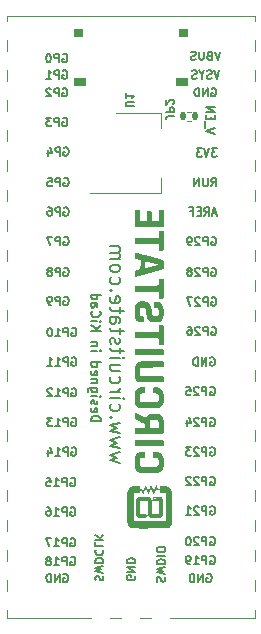
<source format=gbr>
G04 #@! TF.GenerationSoftware,KiCad,Pcbnew,(6.0.6)*
G04 #@! TF.CreationDate,2022-08-20T10:32:50+05:30*
G04 #@! TF.ProjectId,Mitayi-Pico-RP2040,4d697461-7969-42d5-9069-636f2d525032,0.2*
G04 #@! TF.SameCoordinates,PX848f8c0PY6ea0500*
G04 #@! TF.FileFunction,Legend,Bot*
G04 #@! TF.FilePolarity,Positive*
%FSLAX46Y46*%
G04 Gerber Fmt 4.6, Leading zero omitted, Abs format (unit mm)*
G04 Created by KiCad (PCBNEW (6.0.6)) date 2022-08-20 10:32:50*
%MOMM*%
%LPD*%
G01*
G04 APERTURE LIST*
G04 Aperture macros list*
%AMRoundRect*
0 Rectangle with rounded corners*
0 $1 Rounding radius*
0 $2 $3 $4 $5 $6 $7 $8 $9 X,Y pos of 4 corners*
0 Add a 4 corners polygon primitive as box body*
4,1,4,$2,$3,$4,$5,$6,$7,$8,$9,$2,$3,0*
0 Add four circle primitives for the rounded corners*
1,1,$1+$1,$2,$3*
1,1,$1+$1,$4,$5*
1,1,$1+$1,$6,$7*
1,1,$1+$1,$8,$9*
0 Add four rect primitives between the rounded corners*
20,1,$1+$1,$2,$3,$4,$5,0*
20,1,$1+$1,$4,$5,$6,$7,0*
20,1,$1+$1,$6,$7,$8,$9,0*
20,1,$1+$1,$8,$9,$2,$3,0*%
G04 Aperture macros list end*
G04 #@! TA.AperFunction,Profile*
%ADD10C,0.100000*%
G04 #@! TD*
%ADD11C,0.150000*%
%ADD12C,0.200000*%
%ADD13C,0.120000*%
%ADD14C,1.500000*%
%ADD15O,1.600000X1.700000*%
%ADD16R,1.600000X3.200000*%
%ADD17C,0.670000*%
%ADD18RoundRect,0.500000X0.000000X0.300000X0.000000X0.300000X0.000000X-0.300000X0.000000X-0.300000X0*%
%ADD19O,1.200000X1.900000*%
%ADD20C,1.450000*%
%ADD21R,3.200000X1.600000*%
%ADD22O,1.700000X1.600000*%
%ADD23R,2.000000X1.500000*%
%ADD24R,2.000000X3.800000*%
%ADD25RoundRect,0.135000X-0.135000X-0.185000X0.135000X-0.185000X0.135000X0.185000X-0.135000X0.185000X0*%
G04 APERTURE END LIST*
D10*
X0Y51000000D02*
X21000000Y51000000D01*
X21000000Y0D02*
X0Y0D01*
X21000000Y51000000D02*
X21000000Y0D01*
X0Y0D02*
X0Y51000000D01*
D11*
X5397500Y5150000D02*
X5464166Y5183334D01*
X5564166Y5183334D01*
X5664166Y5150000D01*
X5730833Y5083334D01*
X5764166Y5016667D01*
X5797500Y4883334D01*
X5797500Y4783334D01*
X5764166Y4650000D01*
X5730833Y4583334D01*
X5664166Y4516667D01*
X5564166Y4483334D01*
X5497500Y4483334D01*
X5397500Y4516667D01*
X5364166Y4550000D01*
X5364166Y4783334D01*
X5497500Y4783334D01*
X5064166Y4483334D02*
X5064166Y5183334D01*
X4797500Y5183334D01*
X4730833Y5150000D01*
X4697500Y5116667D01*
X4664166Y5050000D01*
X4664166Y4950000D01*
X4697500Y4883334D01*
X4730833Y4850000D01*
X4797500Y4816667D01*
X5064166Y4816667D01*
X3997500Y4483334D02*
X4397500Y4483334D01*
X4197500Y4483334D02*
X4197500Y5183334D01*
X4264166Y5083334D01*
X4330833Y5016667D01*
X4397500Y4983334D01*
X3597500Y4883334D02*
X3664166Y4916667D01*
X3697500Y4950000D01*
X3730833Y5016667D01*
X3730833Y5050000D01*
X3697500Y5116667D01*
X3664166Y5150000D01*
X3597500Y5183334D01*
X3464166Y5183334D01*
X3397500Y5150000D01*
X3364166Y5116667D01*
X3330833Y5050000D01*
X3330833Y5016667D01*
X3364166Y4950000D01*
X3397500Y4916667D01*
X3464166Y4883334D01*
X3597500Y4883334D01*
X3664166Y4850000D01*
X3697500Y4816667D01*
X3730833Y4750000D01*
X3730833Y4616667D01*
X3697500Y4550000D01*
X3664166Y4516667D01*
X3597500Y4483334D01*
X3464166Y4483334D01*
X3397500Y4516667D01*
X3364166Y4550000D01*
X3330833Y4616667D01*
X3330833Y4750000D01*
X3364166Y4816667D01*
X3397500Y4850000D01*
X3464166Y4883334D01*
X4830833Y37250000D02*
X4897500Y37283334D01*
X4997500Y37283334D01*
X5097500Y37250000D01*
X5164166Y37183334D01*
X5197500Y37116667D01*
X5230833Y36983334D01*
X5230833Y36883334D01*
X5197500Y36750000D01*
X5164166Y36683334D01*
X5097500Y36616667D01*
X4997500Y36583334D01*
X4930833Y36583334D01*
X4830833Y36616667D01*
X4797500Y36650000D01*
X4797500Y36883334D01*
X4930833Y36883334D01*
X4497500Y36583334D02*
X4497500Y37283334D01*
X4230833Y37283334D01*
X4164166Y37250000D01*
X4130833Y37216667D01*
X4097500Y37150000D01*
X4097500Y37050000D01*
X4130833Y36983334D01*
X4164166Y36950000D01*
X4230833Y36916667D01*
X4497500Y36916667D01*
X3464166Y37283334D02*
X3797500Y37283334D01*
X3830833Y36950000D01*
X3797500Y36983334D01*
X3730833Y37016667D01*
X3564166Y37016667D01*
X3497500Y36983334D01*
X3464166Y36950000D01*
X3430833Y36883334D01*
X3430833Y36716667D01*
X3464166Y36650000D01*
X3497500Y36616667D01*
X3564166Y36583334D01*
X3730833Y36583334D01*
X3797500Y36616667D01*
X3830833Y36650000D01*
X17233333Y16950000D02*
X17300000Y16983334D01*
X17400000Y16983334D01*
X17500000Y16950000D01*
X17566666Y16883334D01*
X17600000Y16816667D01*
X17633333Y16683334D01*
X17633333Y16583334D01*
X17600000Y16450000D01*
X17566666Y16383334D01*
X17500000Y16316667D01*
X17400000Y16283334D01*
X17333333Y16283334D01*
X17233333Y16316667D01*
X17200000Y16350000D01*
X17200000Y16583334D01*
X17333333Y16583334D01*
X16900000Y16283334D02*
X16900000Y16983334D01*
X16633333Y16983334D01*
X16566666Y16950000D01*
X16533333Y16916667D01*
X16500000Y16850000D01*
X16500000Y16750000D01*
X16533333Y16683334D01*
X16566666Y16650000D01*
X16633333Y16616667D01*
X16900000Y16616667D01*
X16233333Y16916667D02*
X16200000Y16950000D01*
X16133333Y16983334D01*
X15966666Y16983334D01*
X15900000Y16950000D01*
X15866666Y16916667D01*
X15833333Y16850000D01*
X15833333Y16783334D01*
X15866666Y16683334D01*
X16266666Y16283334D01*
X15833333Y16283334D01*
X15233333Y16750000D02*
X15233333Y16283334D01*
X15400000Y17016667D02*
X15566666Y16516667D01*
X15133333Y16516667D01*
X7516666Y3202500D02*
X7483333Y3302500D01*
X7483333Y3469167D01*
X7516666Y3535834D01*
X7550000Y3569167D01*
X7616666Y3602500D01*
X7683333Y3602500D01*
X7750000Y3569167D01*
X7783333Y3535834D01*
X7816666Y3469167D01*
X7850000Y3335834D01*
X7883333Y3269167D01*
X7916666Y3235834D01*
X7983333Y3202500D01*
X8050000Y3202500D01*
X8116666Y3235834D01*
X8150000Y3269167D01*
X8183333Y3335834D01*
X8183333Y3502500D01*
X8150000Y3602500D01*
X8183333Y3835834D02*
X7483333Y4002500D01*
X7983333Y4135834D01*
X7483333Y4269167D01*
X8183333Y4435834D01*
X7483333Y4702500D02*
X8183333Y4702500D01*
X8183333Y4869167D01*
X8150000Y4969167D01*
X8083333Y5035834D01*
X8016666Y5069167D01*
X7883333Y5102500D01*
X7783333Y5102500D01*
X7650000Y5069167D01*
X7583333Y5035834D01*
X7516666Y4969167D01*
X7483333Y4869167D01*
X7483333Y4702500D01*
X7550000Y5802500D02*
X7516666Y5769167D01*
X7483333Y5669167D01*
X7483333Y5602500D01*
X7516666Y5502500D01*
X7583333Y5435834D01*
X7650000Y5402500D01*
X7783333Y5369167D01*
X7883333Y5369167D01*
X8016666Y5402500D01*
X8083333Y5435834D01*
X8150000Y5502500D01*
X8183333Y5602500D01*
X8183333Y5669167D01*
X8150000Y5769167D01*
X8116666Y5802500D01*
X7483333Y6435834D02*
X7483333Y6102500D01*
X8183333Y6102500D01*
X7483333Y6669167D02*
X8183333Y6669167D01*
X7483333Y7069167D02*
X7883333Y6769167D01*
X8183333Y7069167D02*
X7783333Y6669167D01*
X16933333Y3750000D02*
X17000000Y3783334D01*
X17100000Y3783334D01*
X17200000Y3750000D01*
X17266666Y3683334D01*
X17300000Y3616667D01*
X17333333Y3483334D01*
X17333333Y3383334D01*
X17300000Y3250000D01*
X17266666Y3183334D01*
X17200000Y3116667D01*
X17100000Y3083334D01*
X17033333Y3083334D01*
X16933333Y3116667D01*
X16900000Y3150000D01*
X16900000Y3383334D01*
X17033333Y3383334D01*
X16600000Y3083334D02*
X16600000Y3783334D01*
X16200000Y3083334D01*
X16200000Y3783334D01*
X15866666Y3083334D02*
X15866666Y3783334D01*
X15700000Y3783334D01*
X15600000Y3750000D01*
X15533333Y3683334D01*
X15500000Y3616667D01*
X15466666Y3483334D01*
X15466666Y3383334D01*
X15500000Y3250000D01*
X15533333Y3183334D01*
X15600000Y3116667D01*
X15700000Y3083334D01*
X15866666Y3083334D01*
X17333333Y32250000D02*
X17400000Y32283334D01*
X17500000Y32283334D01*
X17600000Y32250000D01*
X17666666Y32183334D01*
X17700000Y32116667D01*
X17733333Y31983334D01*
X17733333Y31883334D01*
X17700000Y31750000D01*
X17666666Y31683334D01*
X17600000Y31616667D01*
X17500000Y31583334D01*
X17433333Y31583334D01*
X17333333Y31616667D01*
X17300000Y31650000D01*
X17300000Y31883334D01*
X17433333Y31883334D01*
X17000000Y31583334D02*
X17000000Y32283334D01*
X16733333Y32283334D01*
X16666666Y32250000D01*
X16633333Y32216667D01*
X16600000Y32150000D01*
X16600000Y32050000D01*
X16633333Y31983334D01*
X16666666Y31950000D01*
X16733333Y31916667D01*
X17000000Y31916667D01*
X16333333Y32216667D02*
X16300000Y32250000D01*
X16233333Y32283334D01*
X16066666Y32283334D01*
X16000000Y32250000D01*
X15966666Y32216667D01*
X15933333Y32150000D01*
X15933333Y32083334D01*
X15966666Y31983334D01*
X16366666Y31583334D01*
X15933333Y31583334D01*
X15600000Y31583334D02*
X15466666Y31583334D01*
X15400000Y31616667D01*
X15366666Y31650000D01*
X15300000Y31750000D01*
X15266666Y31883334D01*
X15266666Y32150000D01*
X15300000Y32216667D01*
X15333333Y32250000D01*
X15400000Y32283334D01*
X15533333Y32283334D01*
X15600000Y32250000D01*
X15633333Y32216667D01*
X15666666Y32150000D01*
X15666666Y31983334D01*
X15633333Y31916667D01*
X15600000Y31883334D01*
X15533333Y31850000D01*
X15400000Y31850000D01*
X15333333Y31883334D01*
X15300000Y31916667D01*
X15266666Y31983334D01*
X17333333Y44850000D02*
X17400000Y44883334D01*
X17500000Y44883334D01*
X17600000Y44850000D01*
X17666666Y44783334D01*
X17700000Y44716667D01*
X17733333Y44583334D01*
X17733333Y44483334D01*
X17700000Y44350000D01*
X17666666Y44283334D01*
X17600000Y44216667D01*
X17500000Y44183334D01*
X17433333Y44183334D01*
X17333333Y44216667D01*
X17300000Y44250000D01*
X17300000Y44483334D01*
X17433333Y44483334D01*
X17000000Y44183334D02*
X17000000Y44883334D01*
X16600000Y44183334D01*
X16600000Y44883334D01*
X16266666Y44183334D02*
X16266666Y44883334D01*
X16100000Y44883334D01*
X16000000Y44850000D01*
X15933333Y44783334D01*
X15900000Y44716667D01*
X15866666Y44583334D01*
X15866666Y44483334D01*
X15900000Y44350000D01*
X15933333Y44283334D01*
X16000000Y44216667D01*
X16100000Y44183334D01*
X16266666Y44183334D01*
X17233333Y22050000D02*
X17300000Y22083334D01*
X17400000Y22083334D01*
X17500000Y22050000D01*
X17566666Y21983334D01*
X17600000Y21916667D01*
X17633333Y21783334D01*
X17633333Y21683334D01*
X17600000Y21550000D01*
X17566666Y21483334D01*
X17500000Y21416667D01*
X17400000Y21383334D01*
X17333333Y21383334D01*
X17233333Y21416667D01*
X17200000Y21450000D01*
X17200000Y21683334D01*
X17333333Y21683334D01*
X16900000Y21383334D02*
X16900000Y22083334D01*
X16500000Y21383334D01*
X16500000Y22083334D01*
X16166666Y21383334D02*
X16166666Y22083334D01*
X16000000Y22083334D01*
X15900000Y22050000D01*
X15833333Y21983334D01*
X15800000Y21916667D01*
X15766666Y21783334D01*
X15766666Y21683334D01*
X15800000Y21550000D01*
X15833333Y21483334D01*
X15900000Y21416667D01*
X16000000Y21383334D01*
X16166666Y21383334D01*
X18000000Y46383334D02*
X17766666Y45683334D01*
X17533333Y46383334D01*
X17333333Y45716667D02*
X17233333Y45683334D01*
X17066666Y45683334D01*
X17000000Y45716667D01*
X16966666Y45750000D01*
X16933333Y45816667D01*
X16933333Y45883334D01*
X16966666Y45950000D01*
X17000000Y45983334D01*
X17066666Y46016667D01*
X17200000Y46050000D01*
X17266666Y46083334D01*
X17300000Y46116667D01*
X17333333Y46183334D01*
X17333333Y46250000D01*
X17300000Y46316667D01*
X17266666Y46350000D01*
X17200000Y46383334D01*
X17033333Y46383334D01*
X16933333Y46350000D01*
X16500000Y46016667D02*
X16500000Y45683334D01*
X16733333Y46383334D02*
X16500000Y46016667D01*
X16266666Y46383334D01*
X16066666Y45716667D02*
X15966666Y45683334D01*
X15800000Y45683334D01*
X15733333Y45716667D01*
X15700000Y45750000D01*
X15666666Y45816667D01*
X15666666Y45883334D01*
X15700000Y45950000D01*
X15733333Y45983334D01*
X15800000Y46016667D01*
X15933333Y46050000D01*
X16000000Y46083334D01*
X16033333Y46116667D01*
X16066666Y46183334D01*
X16066666Y46250000D01*
X16033333Y46316667D01*
X16000000Y46350000D01*
X15933333Y46383334D01*
X15766666Y46383334D01*
X15666666Y46350000D01*
X10850000Y3602500D02*
X10883333Y3535834D01*
X10883333Y3435834D01*
X10850000Y3335834D01*
X10783333Y3269167D01*
X10716666Y3235834D01*
X10583333Y3202500D01*
X10483333Y3202500D01*
X10350000Y3235834D01*
X10283333Y3269167D01*
X10216666Y3335834D01*
X10183333Y3435834D01*
X10183333Y3502500D01*
X10216666Y3602500D01*
X10250000Y3635834D01*
X10483333Y3635834D01*
X10483333Y3502500D01*
X10183333Y3935834D02*
X10883333Y3935834D01*
X10183333Y4335834D01*
X10883333Y4335834D01*
X10183333Y4669167D02*
X10883333Y4669167D01*
X10883333Y4835834D01*
X10850000Y4935834D01*
X10783333Y5002500D01*
X10716666Y5035834D01*
X10583333Y5069167D01*
X10483333Y5069167D01*
X10350000Y5035834D01*
X10283333Y5002500D01*
X10216666Y4935834D01*
X10183333Y4835834D01*
X10183333Y4669167D01*
X4730833Y46350000D02*
X4797500Y46383334D01*
X4897500Y46383334D01*
X4997500Y46350000D01*
X5064166Y46283334D01*
X5097500Y46216667D01*
X5130833Y46083334D01*
X5130833Y45983334D01*
X5097500Y45850000D01*
X5064166Y45783334D01*
X4997500Y45716667D01*
X4897500Y45683334D01*
X4830833Y45683334D01*
X4730833Y45716667D01*
X4697500Y45750000D01*
X4697500Y45983334D01*
X4830833Y45983334D01*
X4397500Y45683334D02*
X4397500Y46383334D01*
X4130833Y46383334D01*
X4064166Y46350000D01*
X4030833Y46316667D01*
X3997500Y46250000D01*
X3997500Y46150000D01*
X4030833Y46083334D01*
X4064166Y46050000D01*
X4130833Y46016667D01*
X4397500Y46016667D01*
X3330833Y45683334D02*
X3730833Y45683334D01*
X3530833Y45683334D02*
X3530833Y46383334D01*
X3597500Y46283334D01*
X3664166Y46216667D01*
X3730833Y46183334D01*
X17733333Y34283334D02*
X17400000Y34283334D01*
X17800000Y34083334D02*
X17566666Y34783334D01*
X17333333Y34083334D01*
X16700000Y34083334D02*
X16933333Y34416667D01*
X17100000Y34083334D02*
X17100000Y34783334D01*
X16833333Y34783334D01*
X16766666Y34750000D01*
X16733333Y34716667D01*
X16700000Y34650000D01*
X16700000Y34550000D01*
X16733333Y34483334D01*
X16766666Y34450000D01*
X16833333Y34416667D01*
X17100000Y34416667D01*
X16400000Y34450000D02*
X16166666Y34450000D01*
X16066666Y34083334D02*
X16400000Y34083334D01*
X16400000Y34783334D01*
X16066666Y34783334D01*
X15533333Y34450000D02*
X15766666Y34450000D01*
X15766666Y34083334D02*
X15766666Y34783334D01*
X15433333Y34783334D01*
X5497500Y16950000D02*
X5564166Y16983334D01*
X5664166Y16983334D01*
X5764166Y16950000D01*
X5830833Y16883334D01*
X5864166Y16816667D01*
X5897500Y16683334D01*
X5897500Y16583334D01*
X5864166Y16450000D01*
X5830833Y16383334D01*
X5764166Y16316667D01*
X5664166Y16283334D01*
X5597500Y16283334D01*
X5497500Y16316667D01*
X5464166Y16350000D01*
X5464166Y16583334D01*
X5597500Y16583334D01*
X5164166Y16283334D02*
X5164166Y16983334D01*
X4897500Y16983334D01*
X4830833Y16950000D01*
X4797500Y16916667D01*
X4764166Y16850000D01*
X4764166Y16750000D01*
X4797500Y16683334D01*
X4830833Y16650000D01*
X4897500Y16616667D01*
X5164166Y16616667D01*
X4097500Y16283334D02*
X4497500Y16283334D01*
X4297500Y16283334D02*
X4297500Y16983334D01*
X4364166Y16883334D01*
X4430833Y16816667D01*
X4497500Y16783334D01*
X3864166Y16983334D02*
X3430833Y16983334D01*
X3664166Y16716667D01*
X3564166Y16716667D01*
X3497500Y16683334D01*
X3464166Y16650000D01*
X3430833Y16583334D01*
X3430833Y16416667D01*
X3464166Y16350000D01*
X3497500Y16316667D01*
X3564166Y16283334D01*
X3764166Y16283334D01*
X3830833Y16316667D01*
X3864166Y16350000D01*
X4730833Y47750000D02*
X4797500Y47783334D01*
X4897500Y47783334D01*
X4997500Y47750000D01*
X5064166Y47683334D01*
X5097500Y47616667D01*
X5130833Y47483334D01*
X5130833Y47383334D01*
X5097500Y47250000D01*
X5064166Y47183334D01*
X4997500Y47116667D01*
X4897500Y47083334D01*
X4830833Y47083334D01*
X4730833Y47116667D01*
X4697500Y47150000D01*
X4697500Y47383334D01*
X4830833Y47383334D01*
X4397500Y47083334D02*
X4397500Y47783334D01*
X4130833Y47783334D01*
X4064166Y47750000D01*
X4030833Y47716667D01*
X3997500Y47650000D01*
X3997500Y47550000D01*
X4030833Y47483334D01*
X4064166Y47450000D01*
X4130833Y47416667D01*
X4397500Y47416667D01*
X3564166Y47783334D02*
X3497500Y47783334D01*
X3430833Y47750000D01*
X3397500Y47716667D01*
X3364166Y47650000D01*
X3330833Y47516667D01*
X3330833Y47350000D01*
X3364166Y47216667D01*
X3397500Y47150000D01*
X3430833Y47116667D01*
X3497500Y47083334D01*
X3564166Y47083334D01*
X3630833Y47116667D01*
X3664166Y47150000D01*
X3697500Y47216667D01*
X3730833Y47350000D01*
X3730833Y47516667D01*
X3697500Y47650000D01*
X3664166Y47716667D01*
X3630833Y47750000D01*
X3564166Y47783334D01*
X18083333Y47983334D02*
X17850000Y47283334D01*
X17616666Y47983334D01*
X17150000Y47650000D02*
X17050000Y47616667D01*
X17016666Y47583334D01*
X16983333Y47516667D01*
X16983333Y47416667D01*
X17016666Y47350000D01*
X17050000Y47316667D01*
X17116666Y47283334D01*
X17383333Y47283334D01*
X17383333Y47983334D01*
X17150000Y47983334D01*
X17083333Y47950000D01*
X17050000Y47916667D01*
X17016666Y47850000D01*
X17016666Y47783334D01*
X17050000Y47716667D01*
X17083333Y47683334D01*
X17150000Y47650000D01*
X17383333Y47650000D01*
X16683333Y47983334D02*
X16683333Y47416667D01*
X16650000Y47350000D01*
X16616666Y47316667D01*
X16550000Y47283334D01*
X16416666Y47283334D01*
X16350000Y47316667D01*
X16316666Y47350000D01*
X16283333Y47416667D01*
X16283333Y47983334D01*
X15983333Y47316667D02*
X15883333Y47283334D01*
X15716666Y47283334D01*
X15650000Y47316667D01*
X15616666Y47350000D01*
X15583333Y47416667D01*
X15583333Y47483334D01*
X15616666Y47550000D01*
X15650000Y47583334D01*
X15716666Y47616667D01*
X15850000Y47650000D01*
X15916666Y47683334D01*
X15950000Y47716667D01*
X15983333Y47783334D01*
X15983333Y47850000D01*
X15950000Y47916667D01*
X15916666Y47950000D01*
X15850000Y47983334D01*
X15683333Y47983334D01*
X15583333Y47950000D01*
D12*
X9557142Y13141429D02*
X8757142Y13370000D01*
X9328571Y13598572D01*
X8757142Y13827143D01*
X9557142Y14055715D01*
X9557142Y14398572D02*
X8757142Y14627143D01*
X9328571Y14855715D01*
X8757142Y15084286D01*
X9557142Y15312858D01*
X9557142Y15655715D02*
X8757142Y15884286D01*
X9328571Y16112858D01*
X8757142Y16341429D01*
X9557142Y16570000D01*
X8871428Y17027143D02*
X8814285Y17084286D01*
X8757142Y17027143D01*
X8814285Y16970000D01*
X8871428Y17027143D01*
X8757142Y17027143D01*
X8814285Y18112858D02*
X8757142Y17998572D01*
X8757142Y17770000D01*
X8814285Y17655715D01*
X8871428Y17598572D01*
X8985714Y17541429D01*
X9328571Y17541429D01*
X9442857Y17598572D01*
X9500000Y17655715D01*
X9557142Y17770000D01*
X9557142Y17998572D01*
X9500000Y18112858D01*
X8757142Y18627143D02*
X9557142Y18627143D01*
X9957142Y18627143D02*
X9900000Y18570000D01*
X9842857Y18627143D01*
X9900000Y18684286D01*
X9957142Y18627143D01*
X9842857Y18627143D01*
X8757142Y19198572D02*
X9557142Y19198572D01*
X9328571Y19198572D02*
X9442857Y19255715D01*
X9500000Y19312858D01*
X9557142Y19427143D01*
X9557142Y19541429D01*
X8814285Y20455715D02*
X8757142Y20341429D01*
X8757142Y20112858D01*
X8814285Y19998572D01*
X8871428Y19941429D01*
X8985714Y19884286D01*
X9328571Y19884286D01*
X9442857Y19941429D01*
X9500000Y19998572D01*
X9557142Y20112858D01*
X9557142Y20341429D01*
X9500000Y20455715D01*
X9557142Y21484286D02*
X8757142Y21484286D01*
X9557142Y20970000D02*
X8928571Y20970000D01*
X8814285Y21027143D01*
X8757142Y21141429D01*
X8757142Y21312858D01*
X8814285Y21427143D01*
X8871428Y21484286D01*
X8757142Y22055715D02*
X9557142Y22055715D01*
X9957142Y22055715D02*
X9900000Y21998572D01*
X9842857Y22055715D01*
X9900000Y22112858D01*
X9957142Y22055715D01*
X9842857Y22055715D01*
X9557142Y22455715D02*
X9557142Y22912858D01*
X9957142Y22627143D02*
X8928571Y22627143D01*
X8814285Y22684286D01*
X8757142Y22798572D01*
X8757142Y22912858D01*
X8814285Y23255715D02*
X8757142Y23370000D01*
X8757142Y23598572D01*
X8814285Y23712858D01*
X8928571Y23770000D01*
X8985714Y23770000D01*
X9100000Y23712858D01*
X9157142Y23598572D01*
X9157142Y23427143D01*
X9214285Y23312858D01*
X9328571Y23255715D01*
X9385714Y23255715D01*
X9500000Y23312858D01*
X9557142Y23427143D01*
X9557142Y23598572D01*
X9500000Y23712858D01*
X9557142Y24112858D02*
X9557142Y24570000D01*
X9957142Y24284286D02*
X8928571Y24284286D01*
X8814285Y24341429D01*
X8757142Y24455715D01*
X8757142Y24570000D01*
X8757142Y25484286D02*
X9385714Y25484286D01*
X9500000Y25427143D01*
X9557142Y25312858D01*
X9557142Y25084286D01*
X9500000Y24970000D01*
X8814285Y25484286D02*
X8757142Y25370000D01*
X8757142Y25084286D01*
X8814285Y24970000D01*
X8928571Y24912858D01*
X9042857Y24912858D01*
X9157142Y24970000D01*
X9214285Y25084286D01*
X9214285Y25370000D01*
X9271428Y25484286D01*
X9557142Y25884286D02*
X9557142Y26341429D01*
X9957142Y26055715D02*
X8928571Y26055715D01*
X8814285Y26112858D01*
X8757142Y26227143D01*
X8757142Y26341429D01*
X8814285Y27198572D02*
X8757142Y27084286D01*
X8757142Y26855715D01*
X8814285Y26741429D01*
X8928571Y26684286D01*
X9385714Y26684286D01*
X9500000Y26741429D01*
X9557142Y26855715D01*
X9557142Y27084286D01*
X9500000Y27198572D01*
X9385714Y27255715D01*
X9271428Y27255715D01*
X9157142Y26684286D01*
X8871428Y27770000D02*
X8814285Y27827143D01*
X8757142Y27770000D01*
X8814285Y27712858D01*
X8871428Y27770000D01*
X8757142Y27770000D01*
X8814285Y28855715D02*
X8757142Y28741429D01*
X8757142Y28512858D01*
X8814285Y28398572D01*
X8871428Y28341429D01*
X8985714Y28284286D01*
X9328571Y28284286D01*
X9442857Y28341429D01*
X9500000Y28398572D01*
X9557142Y28512858D01*
X9557142Y28741429D01*
X9500000Y28855715D01*
X8757142Y29541429D02*
X8814285Y29427143D01*
X8871428Y29370000D01*
X8985714Y29312858D01*
X9328571Y29312858D01*
X9442857Y29370000D01*
X9500000Y29427143D01*
X9557142Y29541429D01*
X9557142Y29712858D01*
X9500000Y29827143D01*
X9442857Y29884286D01*
X9328571Y29941429D01*
X8985714Y29941429D01*
X8871428Y29884286D01*
X8814285Y29827143D01*
X8757142Y29712858D01*
X8757142Y29541429D01*
X8757142Y30455715D02*
X9557142Y30455715D01*
X9442857Y30455715D02*
X9500000Y30512858D01*
X9557142Y30627143D01*
X9557142Y30798572D01*
X9500000Y30912858D01*
X9385714Y30970000D01*
X8757142Y30970000D01*
X9385714Y30970000D02*
X9500000Y31027143D01*
X9557142Y31141429D01*
X9557142Y31312858D01*
X9500000Y31427143D01*
X9385714Y31484286D01*
X8757142Y31484286D01*
D11*
X7138095Y16669167D02*
X7938095Y16669167D01*
X7938095Y16859643D01*
X7900000Y16973929D01*
X7823809Y17050120D01*
X7747619Y17088215D01*
X7595238Y17126310D01*
X7480952Y17126310D01*
X7328571Y17088215D01*
X7252380Y17050120D01*
X7176190Y16973929D01*
X7138095Y16859643D01*
X7138095Y16669167D01*
X7176190Y17773929D02*
X7138095Y17697739D01*
X7138095Y17545358D01*
X7176190Y17469167D01*
X7252380Y17431072D01*
X7557142Y17431072D01*
X7633333Y17469167D01*
X7671428Y17545358D01*
X7671428Y17697739D01*
X7633333Y17773929D01*
X7557142Y17812024D01*
X7480952Y17812024D01*
X7404761Y17431072D01*
X7176190Y18116786D02*
X7138095Y18192977D01*
X7138095Y18345358D01*
X7176190Y18421548D01*
X7252380Y18459643D01*
X7290476Y18459643D01*
X7366666Y18421548D01*
X7404761Y18345358D01*
X7404761Y18231072D01*
X7442857Y18154881D01*
X7519047Y18116786D01*
X7557142Y18116786D01*
X7633333Y18154881D01*
X7671428Y18231072D01*
X7671428Y18345358D01*
X7633333Y18421548D01*
X7138095Y18802500D02*
X7671428Y18802500D01*
X7938095Y18802500D02*
X7900000Y18764405D01*
X7861904Y18802500D01*
X7900000Y18840596D01*
X7938095Y18802500D01*
X7861904Y18802500D01*
X7671428Y19526310D02*
X7023809Y19526310D01*
X6947619Y19488215D01*
X6909523Y19450120D01*
X6871428Y19373929D01*
X6871428Y19259643D01*
X6909523Y19183453D01*
X7176190Y19526310D02*
X7138095Y19450120D01*
X7138095Y19297739D01*
X7176190Y19221548D01*
X7214285Y19183453D01*
X7290476Y19145358D01*
X7519047Y19145358D01*
X7595238Y19183453D01*
X7633333Y19221548D01*
X7671428Y19297739D01*
X7671428Y19450120D01*
X7633333Y19526310D01*
X7671428Y19907262D02*
X7138095Y19907262D01*
X7595238Y19907262D02*
X7633333Y19945358D01*
X7671428Y20021548D01*
X7671428Y20135834D01*
X7633333Y20212024D01*
X7557142Y20250120D01*
X7138095Y20250120D01*
X7176190Y20935834D02*
X7138095Y20859643D01*
X7138095Y20707262D01*
X7176190Y20631072D01*
X7252380Y20592977D01*
X7557142Y20592977D01*
X7633333Y20631072D01*
X7671428Y20707262D01*
X7671428Y20859643D01*
X7633333Y20935834D01*
X7557142Y20973929D01*
X7480952Y20973929D01*
X7404761Y20592977D01*
X7138095Y21659643D02*
X7938095Y21659643D01*
X7176190Y21659643D02*
X7138095Y21583453D01*
X7138095Y21431072D01*
X7176190Y21354881D01*
X7214285Y21316786D01*
X7290476Y21278691D01*
X7519047Y21278691D01*
X7595238Y21316786D01*
X7633333Y21354881D01*
X7671428Y21431072D01*
X7671428Y21583453D01*
X7633333Y21659643D01*
X7138095Y22650120D02*
X7671428Y22650120D01*
X7938095Y22650120D02*
X7900000Y22612024D01*
X7861904Y22650120D01*
X7900000Y22688215D01*
X7938095Y22650120D01*
X7861904Y22650120D01*
X7671428Y23031072D02*
X7138095Y23031072D01*
X7595238Y23031072D02*
X7633333Y23069167D01*
X7671428Y23145358D01*
X7671428Y23259643D01*
X7633333Y23335834D01*
X7557142Y23373929D01*
X7138095Y23373929D01*
X7138095Y24364405D02*
X7938095Y24364405D01*
X7138095Y24821548D02*
X7595238Y24478691D01*
X7938095Y24821548D02*
X7480952Y24364405D01*
X7138095Y25164405D02*
X7671428Y25164405D01*
X7938095Y25164405D02*
X7900000Y25126310D01*
X7861904Y25164405D01*
X7900000Y25202500D01*
X7938095Y25164405D01*
X7861904Y25164405D01*
X7214285Y26002500D02*
X7176190Y25964405D01*
X7138095Y25850120D01*
X7138095Y25773929D01*
X7176190Y25659643D01*
X7252380Y25583453D01*
X7328571Y25545358D01*
X7480952Y25507262D01*
X7595238Y25507262D01*
X7747619Y25545358D01*
X7823809Y25583453D01*
X7900000Y25659643D01*
X7938095Y25773929D01*
X7938095Y25850120D01*
X7900000Y25964405D01*
X7861904Y26002500D01*
X7138095Y26688215D02*
X7557142Y26688215D01*
X7633333Y26650120D01*
X7671428Y26573929D01*
X7671428Y26421548D01*
X7633333Y26345358D01*
X7176190Y26688215D02*
X7138095Y26612024D01*
X7138095Y26421548D01*
X7176190Y26345358D01*
X7252380Y26307262D01*
X7328571Y26307262D01*
X7404761Y26345358D01*
X7442857Y26421548D01*
X7442857Y26612024D01*
X7480952Y26688215D01*
X7138095Y27412024D02*
X7938095Y27412024D01*
X7176190Y27412024D02*
X7138095Y27335834D01*
X7138095Y27183453D01*
X7176190Y27107262D01*
X7214285Y27069167D01*
X7290476Y27031072D01*
X7519047Y27031072D01*
X7595238Y27069167D01*
X7633333Y27107262D01*
X7671428Y27183453D01*
X7671428Y27335834D01*
X7633333Y27412024D01*
X4830833Y39850000D02*
X4897500Y39883334D01*
X4997500Y39883334D01*
X5097500Y39850000D01*
X5164166Y39783334D01*
X5197500Y39716667D01*
X5230833Y39583334D01*
X5230833Y39483334D01*
X5197500Y39350000D01*
X5164166Y39283334D01*
X5097500Y39216667D01*
X4997500Y39183334D01*
X4930833Y39183334D01*
X4830833Y39216667D01*
X4797500Y39250000D01*
X4797500Y39483334D01*
X4930833Y39483334D01*
X4497500Y39183334D02*
X4497500Y39883334D01*
X4230833Y39883334D01*
X4164166Y39850000D01*
X4130833Y39816667D01*
X4097500Y39750000D01*
X4097500Y39650000D01*
X4130833Y39583334D01*
X4164166Y39550000D01*
X4230833Y39516667D01*
X4497500Y39516667D01*
X3497500Y39650000D02*
X3497500Y39183334D01*
X3664166Y39916667D02*
X3830833Y39416667D01*
X3397500Y39416667D01*
X4797500Y3750000D02*
X4864166Y3783334D01*
X4964166Y3783334D01*
X5064166Y3750000D01*
X5130833Y3683334D01*
X5164166Y3616667D01*
X5197500Y3483334D01*
X5197500Y3383334D01*
X5164166Y3250000D01*
X5130833Y3183334D01*
X5064166Y3116667D01*
X4964166Y3083334D01*
X4897500Y3083334D01*
X4797500Y3116667D01*
X4764166Y3150000D01*
X4764166Y3383334D01*
X4897500Y3383334D01*
X4464166Y3083334D02*
X4464166Y3783334D01*
X4064166Y3083334D01*
X4064166Y3783334D01*
X3730833Y3083334D02*
X3730833Y3783334D01*
X3564166Y3783334D01*
X3464166Y3750000D01*
X3397500Y3683334D01*
X3364166Y3616667D01*
X3330833Y3483334D01*
X3330833Y3383334D01*
X3364166Y3250000D01*
X3397500Y3183334D01*
X3464166Y3116667D01*
X3564166Y3083334D01*
X3730833Y3083334D01*
X17333333Y27150000D02*
X17400000Y27183334D01*
X17500000Y27183334D01*
X17600000Y27150000D01*
X17666666Y27083334D01*
X17700000Y27016667D01*
X17733333Y26883334D01*
X17733333Y26783334D01*
X17700000Y26650000D01*
X17666666Y26583334D01*
X17600000Y26516667D01*
X17500000Y26483334D01*
X17433333Y26483334D01*
X17333333Y26516667D01*
X17300000Y26550000D01*
X17300000Y26783334D01*
X17433333Y26783334D01*
X17000000Y26483334D02*
X17000000Y27183334D01*
X16733333Y27183334D01*
X16666666Y27150000D01*
X16633333Y27116667D01*
X16600000Y27050000D01*
X16600000Y26950000D01*
X16633333Y26883334D01*
X16666666Y26850000D01*
X16733333Y26816667D01*
X17000000Y26816667D01*
X16333333Y27116667D02*
X16300000Y27150000D01*
X16233333Y27183334D01*
X16066666Y27183334D01*
X16000000Y27150000D01*
X15966666Y27116667D01*
X15933333Y27050000D01*
X15933333Y26983334D01*
X15966666Y26883334D01*
X16366666Y26483334D01*
X15933333Y26483334D01*
X15700000Y27183334D02*
X15233333Y27183334D01*
X15533333Y26483334D01*
X17316666Y36583334D02*
X17550000Y36916667D01*
X17716666Y36583334D02*
X17716666Y37283334D01*
X17450000Y37283334D01*
X17383333Y37250000D01*
X17350000Y37216667D01*
X17316666Y37150000D01*
X17316666Y37050000D01*
X17350000Y36983334D01*
X17383333Y36950000D01*
X17450000Y36916667D01*
X17716666Y36916667D01*
X17016666Y37283334D02*
X17016666Y36716667D01*
X16983333Y36650000D01*
X16950000Y36616667D01*
X16883333Y36583334D01*
X16750000Y36583334D01*
X16683333Y36616667D01*
X16650000Y36650000D01*
X16616666Y36716667D01*
X16616666Y37283334D01*
X16283333Y36583334D02*
X16283333Y37283334D01*
X15883333Y36583334D01*
X15883333Y37283334D01*
X5497500Y22050000D02*
X5564166Y22083334D01*
X5664166Y22083334D01*
X5764166Y22050000D01*
X5830833Y21983334D01*
X5864166Y21916667D01*
X5897500Y21783334D01*
X5897500Y21683334D01*
X5864166Y21550000D01*
X5830833Y21483334D01*
X5764166Y21416667D01*
X5664166Y21383334D01*
X5597500Y21383334D01*
X5497500Y21416667D01*
X5464166Y21450000D01*
X5464166Y21683334D01*
X5597500Y21683334D01*
X5164166Y21383334D02*
X5164166Y22083334D01*
X4897500Y22083334D01*
X4830833Y22050000D01*
X4797500Y22016667D01*
X4764166Y21950000D01*
X4764166Y21850000D01*
X4797500Y21783334D01*
X4830833Y21750000D01*
X4897500Y21716667D01*
X5164166Y21716667D01*
X4097500Y21383334D02*
X4497500Y21383334D01*
X4297500Y21383334D02*
X4297500Y22083334D01*
X4364166Y21983334D01*
X4430833Y21916667D01*
X4497500Y21883334D01*
X3430833Y21383334D02*
X3830833Y21383334D01*
X3630833Y21383334D02*
X3630833Y22083334D01*
X3697500Y21983334D01*
X3764166Y21916667D01*
X3830833Y21883334D01*
X4830833Y32250000D02*
X4897500Y32283334D01*
X4997500Y32283334D01*
X5097500Y32250000D01*
X5164166Y32183334D01*
X5197500Y32116667D01*
X5230833Y31983334D01*
X5230833Y31883334D01*
X5197500Y31750000D01*
X5164166Y31683334D01*
X5097500Y31616667D01*
X4997500Y31583334D01*
X4930833Y31583334D01*
X4830833Y31616667D01*
X4797500Y31650000D01*
X4797500Y31883334D01*
X4930833Y31883334D01*
X4497500Y31583334D02*
X4497500Y32283334D01*
X4230833Y32283334D01*
X4164166Y32250000D01*
X4130833Y32216667D01*
X4097500Y32150000D01*
X4097500Y32050000D01*
X4130833Y31983334D01*
X4164166Y31950000D01*
X4230833Y31916667D01*
X4497500Y31916667D01*
X3864166Y32283334D02*
X3397500Y32283334D01*
X3697500Y31583334D01*
X17233333Y19550000D02*
X17300000Y19583334D01*
X17400000Y19583334D01*
X17500000Y19550000D01*
X17566666Y19483334D01*
X17600000Y19416667D01*
X17633333Y19283334D01*
X17633333Y19183334D01*
X17600000Y19050000D01*
X17566666Y18983334D01*
X17500000Y18916667D01*
X17400000Y18883334D01*
X17333333Y18883334D01*
X17233333Y18916667D01*
X17200000Y18950000D01*
X17200000Y19183334D01*
X17333333Y19183334D01*
X16900000Y18883334D02*
X16900000Y19583334D01*
X16633333Y19583334D01*
X16566666Y19550000D01*
X16533333Y19516667D01*
X16500000Y19450000D01*
X16500000Y19350000D01*
X16533333Y19283334D01*
X16566666Y19250000D01*
X16633333Y19216667D01*
X16900000Y19216667D01*
X16233333Y19516667D02*
X16200000Y19550000D01*
X16133333Y19583334D01*
X15966666Y19583334D01*
X15900000Y19550000D01*
X15866666Y19516667D01*
X15833333Y19450000D01*
X15833333Y19383334D01*
X15866666Y19283334D01*
X16266666Y18883334D01*
X15833333Y18883334D01*
X15200000Y19583334D02*
X15533333Y19583334D01*
X15566666Y19250000D01*
X15533333Y19283334D01*
X15466666Y19316667D01*
X15300000Y19316667D01*
X15233333Y19283334D01*
X15200000Y19250000D01*
X15166666Y19183334D01*
X15166666Y19016667D01*
X15200000Y18950000D01*
X15233333Y18916667D01*
X15300000Y18883334D01*
X15466666Y18883334D01*
X15533333Y18916667D01*
X15566666Y18950000D01*
X5397500Y9350000D02*
X5464166Y9383334D01*
X5564166Y9383334D01*
X5664166Y9350000D01*
X5730833Y9283334D01*
X5764166Y9216667D01*
X5797500Y9083334D01*
X5797500Y8983334D01*
X5764166Y8850000D01*
X5730833Y8783334D01*
X5664166Y8716667D01*
X5564166Y8683334D01*
X5497500Y8683334D01*
X5397500Y8716667D01*
X5364166Y8750000D01*
X5364166Y8983334D01*
X5497500Y8983334D01*
X5064166Y8683334D02*
X5064166Y9383334D01*
X4797500Y9383334D01*
X4730833Y9350000D01*
X4697500Y9316667D01*
X4664166Y9250000D01*
X4664166Y9150000D01*
X4697500Y9083334D01*
X4730833Y9050000D01*
X4797500Y9016667D01*
X5064166Y9016667D01*
X3997500Y8683334D02*
X4397500Y8683334D01*
X4197500Y8683334D02*
X4197500Y9383334D01*
X4264166Y9283334D01*
X4330833Y9216667D01*
X4397500Y9183334D01*
X3397500Y9383334D02*
X3530833Y9383334D01*
X3597500Y9350000D01*
X3630833Y9316667D01*
X3697500Y9216667D01*
X3730833Y9083334D01*
X3730833Y8816667D01*
X3697500Y8750000D01*
X3664166Y8716667D01*
X3597500Y8683334D01*
X3464166Y8683334D01*
X3397500Y8716667D01*
X3364166Y8750000D01*
X3330833Y8816667D01*
X3330833Y8983334D01*
X3364166Y9050000D01*
X3397500Y9083334D01*
X3464166Y9116667D01*
X3597500Y9116667D01*
X3664166Y9083334D01*
X3697500Y9050000D01*
X3730833Y8983334D01*
X17233333Y11950000D02*
X17300000Y11983334D01*
X17400000Y11983334D01*
X17500000Y11950000D01*
X17566666Y11883334D01*
X17600000Y11816667D01*
X17633333Y11683334D01*
X17633333Y11583334D01*
X17600000Y11450000D01*
X17566666Y11383334D01*
X17500000Y11316667D01*
X17400000Y11283334D01*
X17333333Y11283334D01*
X17233333Y11316667D01*
X17200000Y11350000D01*
X17200000Y11583334D01*
X17333333Y11583334D01*
X16900000Y11283334D02*
X16900000Y11983334D01*
X16633333Y11983334D01*
X16566666Y11950000D01*
X16533333Y11916667D01*
X16500000Y11850000D01*
X16500000Y11750000D01*
X16533333Y11683334D01*
X16566666Y11650000D01*
X16633333Y11616667D01*
X16900000Y11616667D01*
X16233333Y11916667D02*
X16200000Y11950000D01*
X16133333Y11983334D01*
X15966666Y11983334D01*
X15900000Y11950000D01*
X15866666Y11916667D01*
X15833333Y11850000D01*
X15833333Y11783334D01*
X15866666Y11683334D01*
X16266666Y11283334D01*
X15833333Y11283334D01*
X15566666Y11916667D02*
X15533333Y11950000D01*
X15466666Y11983334D01*
X15300000Y11983334D01*
X15233333Y11950000D01*
X15200000Y11916667D01*
X15166666Y11850000D01*
X15166666Y11783334D01*
X15200000Y11683334D01*
X15600000Y11283334D01*
X15166666Y11283334D01*
X17766666Y39783334D02*
X17333333Y39783334D01*
X17566666Y39516667D01*
X17466666Y39516667D01*
X17400000Y39483334D01*
X17366666Y39450000D01*
X17333333Y39383334D01*
X17333333Y39216667D01*
X17366666Y39150000D01*
X17400000Y39116667D01*
X17466666Y39083334D01*
X17666666Y39083334D01*
X17733333Y39116667D01*
X17766666Y39150000D01*
X17133333Y39783334D02*
X16900000Y39083334D01*
X16666666Y39783334D01*
X16500000Y39783334D02*
X16066666Y39783334D01*
X16300000Y39516667D01*
X16200000Y39516667D01*
X16133333Y39483334D01*
X16100000Y39450000D01*
X16066666Y39383334D01*
X16066666Y39216667D01*
X16100000Y39150000D01*
X16133333Y39116667D01*
X16200000Y39083334D01*
X16400000Y39083334D01*
X16466666Y39116667D01*
X16500000Y39150000D01*
X4730833Y44850000D02*
X4797500Y44883334D01*
X4897500Y44883334D01*
X4997500Y44850000D01*
X5064166Y44783334D01*
X5097500Y44716667D01*
X5130833Y44583334D01*
X5130833Y44483334D01*
X5097500Y44350000D01*
X5064166Y44283334D01*
X4997500Y44216667D01*
X4897500Y44183334D01*
X4830833Y44183334D01*
X4730833Y44216667D01*
X4697500Y44250000D01*
X4697500Y44483334D01*
X4830833Y44483334D01*
X4397500Y44183334D02*
X4397500Y44883334D01*
X4130833Y44883334D01*
X4064166Y44850000D01*
X4030833Y44816667D01*
X3997500Y44750000D01*
X3997500Y44650000D01*
X4030833Y44583334D01*
X4064166Y44550000D01*
X4130833Y44516667D01*
X4397500Y44516667D01*
X3730833Y44816667D02*
X3697500Y44850000D01*
X3630833Y44883334D01*
X3464166Y44883334D01*
X3397500Y44850000D01*
X3364166Y44816667D01*
X3330833Y44750000D01*
X3330833Y44683334D01*
X3364166Y44583334D01*
X3764166Y44183334D01*
X3330833Y44183334D01*
X17333333Y24650000D02*
X17400000Y24683334D01*
X17500000Y24683334D01*
X17600000Y24650000D01*
X17666666Y24583334D01*
X17700000Y24516667D01*
X17733333Y24383334D01*
X17733333Y24283334D01*
X17700000Y24150000D01*
X17666666Y24083334D01*
X17600000Y24016667D01*
X17500000Y23983334D01*
X17433333Y23983334D01*
X17333333Y24016667D01*
X17300000Y24050000D01*
X17300000Y24283334D01*
X17433333Y24283334D01*
X17000000Y23983334D02*
X17000000Y24683334D01*
X16733333Y24683334D01*
X16666666Y24650000D01*
X16633333Y24616667D01*
X16600000Y24550000D01*
X16600000Y24450000D01*
X16633333Y24383334D01*
X16666666Y24350000D01*
X16733333Y24316667D01*
X17000000Y24316667D01*
X16333333Y24616667D02*
X16300000Y24650000D01*
X16233333Y24683334D01*
X16066666Y24683334D01*
X16000000Y24650000D01*
X15966666Y24616667D01*
X15933333Y24550000D01*
X15933333Y24483334D01*
X15966666Y24383334D01*
X16366666Y23983334D01*
X15933333Y23983334D01*
X15333333Y24683334D02*
X15466666Y24683334D01*
X15533333Y24650000D01*
X15566666Y24616667D01*
X15633333Y24516667D01*
X15666666Y24383334D01*
X15666666Y24116667D01*
X15633333Y24050000D01*
X15600000Y24016667D01*
X15533333Y23983334D01*
X15400000Y23983334D01*
X15333333Y24016667D01*
X15300000Y24050000D01*
X15266666Y24116667D01*
X15266666Y24283334D01*
X15300000Y24350000D01*
X15333333Y24383334D01*
X15400000Y24416667D01*
X15533333Y24416667D01*
X15600000Y24383334D01*
X15633333Y24350000D01*
X15666666Y24283334D01*
X4830833Y34750000D02*
X4897500Y34783334D01*
X4997500Y34783334D01*
X5097500Y34750000D01*
X5164166Y34683334D01*
X5197500Y34616667D01*
X5230833Y34483334D01*
X5230833Y34383334D01*
X5197500Y34250000D01*
X5164166Y34183334D01*
X5097500Y34116667D01*
X4997500Y34083334D01*
X4930833Y34083334D01*
X4830833Y34116667D01*
X4797500Y34150000D01*
X4797500Y34383334D01*
X4930833Y34383334D01*
X4497500Y34083334D02*
X4497500Y34783334D01*
X4230833Y34783334D01*
X4164166Y34750000D01*
X4130833Y34716667D01*
X4097500Y34650000D01*
X4097500Y34550000D01*
X4130833Y34483334D01*
X4164166Y34450000D01*
X4230833Y34416667D01*
X4497500Y34416667D01*
X3497500Y34783334D02*
X3630833Y34783334D01*
X3697500Y34750000D01*
X3730833Y34716667D01*
X3797500Y34616667D01*
X3830833Y34483334D01*
X3830833Y34216667D01*
X3797500Y34150000D01*
X3764166Y34116667D01*
X3697500Y34083334D01*
X3564166Y34083334D01*
X3497500Y34116667D01*
X3464166Y34150000D01*
X3430833Y34216667D01*
X3430833Y34383334D01*
X3464166Y34450000D01*
X3497500Y34483334D01*
X3564166Y34516667D01*
X3697500Y34516667D01*
X3764166Y34483334D01*
X3797500Y34450000D01*
X3830833Y34383334D01*
X17233333Y6850000D02*
X17300000Y6883334D01*
X17400000Y6883334D01*
X17500000Y6850000D01*
X17566666Y6783334D01*
X17600000Y6716667D01*
X17633333Y6583334D01*
X17633333Y6483334D01*
X17600000Y6350000D01*
X17566666Y6283334D01*
X17500000Y6216667D01*
X17400000Y6183334D01*
X17333333Y6183334D01*
X17233333Y6216667D01*
X17200000Y6250000D01*
X17200000Y6483334D01*
X17333333Y6483334D01*
X16900000Y6183334D02*
X16900000Y6883334D01*
X16633333Y6883334D01*
X16566666Y6850000D01*
X16533333Y6816667D01*
X16500000Y6750000D01*
X16500000Y6650000D01*
X16533333Y6583334D01*
X16566666Y6550000D01*
X16633333Y6516667D01*
X16900000Y6516667D01*
X16233333Y6816667D02*
X16200000Y6850000D01*
X16133333Y6883334D01*
X15966666Y6883334D01*
X15900000Y6850000D01*
X15866666Y6816667D01*
X15833333Y6750000D01*
X15833333Y6683334D01*
X15866666Y6583334D01*
X16266666Y6183334D01*
X15833333Y6183334D01*
X15400000Y6883334D02*
X15333333Y6883334D01*
X15266666Y6850000D01*
X15233333Y6816667D01*
X15200000Y6750000D01*
X15166666Y6616667D01*
X15166666Y6450000D01*
X15200000Y6316667D01*
X15233333Y6250000D01*
X15266666Y6216667D01*
X15333333Y6183334D01*
X15400000Y6183334D01*
X15466666Y6216667D01*
X15500000Y6250000D01*
X15533333Y6316667D01*
X15566666Y6450000D01*
X15566666Y6616667D01*
X15533333Y6750000D01*
X15500000Y6816667D01*
X15466666Y6850000D01*
X15400000Y6883334D01*
X5497500Y19450000D02*
X5564166Y19483334D01*
X5664166Y19483334D01*
X5764166Y19450000D01*
X5830833Y19383334D01*
X5864166Y19316667D01*
X5897500Y19183334D01*
X5897500Y19083334D01*
X5864166Y18950000D01*
X5830833Y18883334D01*
X5764166Y18816667D01*
X5664166Y18783334D01*
X5597500Y18783334D01*
X5497500Y18816667D01*
X5464166Y18850000D01*
X5464166Y19083334D01*
X5597500Y19083334D01*
X5164166Y18783334D02*
X5164166Y19483334D01*
X4897500Y19483334D01*
X4830833Y19450000D01*
X4797500Y19416667D01*
X4764166Y19350000D01*
X4764166Y19250000D01*
X4797500Y19183334D01*
X4830833Y19150000D01*
X4897500Y19116667D01*
X5164166Y19116667D01*
X4097500Y18783334D02*
X4497500Y18783334D01*
X4297500Y18783334D02*
X4297500Y19483334D01*
X4364166Y19383334D01*
X4430833Y19316667D01*
X4497500Y19283334D01*
X3830833Y19416667D02*
X3797500Y19450000D01*
X3730833Y19483334D01*
X3564166Y19483334D01*
X3497500Y19450000D01*
X3464166Y19416667D01*
X3430833Y19350000D01*
X3430833Y19283334D01*
X3464166Y19183334D01*
X3864166Y18783334D01*
X3430833Y18783334D01*
X5397500Y6750000D02*
X5464166Y6783334D01*
X5564166Y6783334D01*
X5664166Y6750000D01*
X5730833Y6683334D01*
X5764166Y6616667D01*
X5797500Y6483334D01*
X5797500Y6383334D01*
X5764166Y6250000D01*
X5730833Y6183334D01*
X5664166Y6116667D01*
X5564166Y6083334D01*
X5497500Y6083334D01*
X5397500Y6116667D01*
X5364166Y6150000D01*
X5364166Y6383334D01*
X5497500Y6383334D01*
X5064166Y6083334D02*
X5064166Y6783334D01*
X4797500Y6783334D01*
X4730833Y6750000D01*
X4697500Y6716667D01*
X4664166Y6650000D01*
X4664166Y6550000D01*
X4697500Y6483334D01*
X4730833Y6450000D01*
X4797500Y6416667D01*
X5064166Y6416667D01*
X3997500Y6083334D02*
X4397500Y6083334D01*
X4197500Y6083334D02*
X4197500Y6783334D01*
X4264166Y6683334D01*
X4330833Y6616667D01*
X4397500Y6583334D01*
X3764166Y6783334D02*
X3297500Y6783334D01*
X3597500Y6083334D01*
X17233333Y5250000D02*
X17300000Y5283334D01*
X17400000Y5283334D01*
X17500000Y5250000D01*
X17566666Y5183334D01*
X17600000Y5116667D01*
X17633333Y4983334D01*
X17633333Y4883334D01*
X17600000Y4750000D01*
X17566666Y4683334D01*
X17500000Y4616667D01*
X17400000Y4583334D01*
X17333333Y4583334D01*
X17233333Y4616667D01*
X17200000Y4650000D01*
X17200000Y4883334D01*
X17333333Y4883334D01*
X16900000Y4583334D02*
X16900000Y5283334D01*
X16633333Y5283334D01*
X16566666Y5250000D01*
X16533333Y5216667D01*
X16500000Y5150000D01*
X16500000Y5050000D01*
X16533333Y4983334D01*
X16566666Y4950000D01*
X16633333Y4916667D01*
X16900000Y4916667D01*
X15833333Y4583334D02*
X16233333Y4583334D01*
X16033333Y4583334D02*
X16033333Y5283334D01*
X16100000Y5183334D01*
X16166666Y5116667D01*
X16233333Y5083334D01*
X15500000Y4583334D02*
X15366666Y4583334D01*
X15300000Y4616667D01*
X15266666Y4650000D01*
X15200000Y4750000D01*
X15166666Y4883334D01*
X15166666Y5150000D01*
X15200000Y5216667D01*
X15233333Y5250000D01*
X15300000Y5283334D01*
X15433333Y5283334D01*
X15500000Y5250000D01*
X15533333Y5216667D01*
X15566666Y5150000D01*
X15566666Y4983334D01*
X15533333Y4916667D01*
X15500000Y4883334D01*
X15433333Y4850000D01*
X15300000Y4850000D01*
X15233333Y4883334D01*
X15200000Y4916667D01*
X15166666Y4983334D01*
X17333333Y29650000D02*
X17400000Y29683334D01*
X17500000Y29683334D01*
X17600000Y29650000D01*
X17666666Y29583334D01*
X17700000Y29516667D01*
X17733333Y29383334D01*
X17733333Y29283334D01*
X17700000Y29150000D01*
X17666666Y29083334D01*
X17600000Y29016667D01*
X17500000Y28983334D01*
X17433333Y28983334D01*
X17333333Y29016667D01*
X17300000Y29050000D01*
X17300000Y29283334D01*
X17433333Y29283334D01*
X17000000Y28983334D02*
X17000000Y29683334D01*
X16733333Y29683334D01*
X16666666Y29650000D01*
X16633333Y29616667D01*
X16600000Y29550000D01*
X16600000Y29450000D01*
X16633333Y29383334D01*
X16666666Y29350000D01*
X16733333Y29316667D01*
X17000000Y29316667D01*
X16333333Y29616667D02*
X16300000Y29650000D01*
X16233333Y29683334D01*
X16066666Y29683334D01*
X16000000Y29650000D01*
X15966666Y29616667D01*
X15933333Y29550000D01*
X15933333Y29483334D01*
X15966666Y29383334D01*
X16366666Y28983334D01*
X15933333Y28983334D01*
X15533333Y29383334D02*
X15600000Y29416667D01*
X15633333Y29450000D01*
X15666666Y29516667D01*
X15666666Y29550000D01*
X15633333Y29616667D01*
X15600000Y29650000D01*
X15533333Y29683334D01*
X15400000Y29683334D01*
X15333333Y29650000D01*
X15300000Y29616667D01*
X15266666Y29550000D01*
X15266666Y29516667D01*
X15300000Y29450000D01*
X15333333Y29416667D01*
X15400000Y29383334D01*
X15533333Y29383334D01*
X15600000Y29350000D01*
X15633333Y29316667D01*
X15666666Y29250000D01*
X15666666Y29116667D01*
X15633333Y29050000D01*
X15600000Y29016667D01*
X15533333Y28983334D01*
X15400000Y28983334D01*
X15333333Y29016667D01*
X15300000Y29050000D01*
X15266666Y29116667D01*
X15266666Y29250000D01*
X15300000Y29316667D01*
X15333333Y29350000D01*
X15400000Y29383334D01*
X17233333Y9450000D02*
X17300000Y9483334D01*
X17400000Y9483334D01*
X17500000Y9450000D01*
X17566666Y9383334D01*
X17600000Y9316667D01*
X17633333Y9183334D01*
X17633333Y9083334D01*
X17600000Y8950000D01*
X17566666Y8883334D01*
X17500000Y8816667D01*
X17400000Y8783334D01*
X17333333Y8783334D01*
X17233333Y8816667D01*
X17200000Y8850000D01*
X17200000Y9083334D01*
X17333333Y9083334D01*
X16900000Y8783334D02*
X16900000Y9483334D01*
X16633333Y9483334D01*
X16566666Y9450000D01*
X16533333Y9416667D01*
X16500000Y9350000D01*
X16500000Y9250000D01*
X16533333Y9183334D01*
X16566666Y9150000D01*
X16633333Y9116667D01*
X16900000Y9116667D01*
X16233333Y9416667D02*
X16200000Y9450000D01*
X16133333Y9483334D01*
X15966666Y9483334D01*
X15900000Y9450000D01*
X15866666Y9416667D01*
X15833333Y9350000D01*
X15833333Y9283334D01*
X15866666Y9183334D01*
X16266666Y8783334D01*
X15833333Y8783334D01*
X15166666Y8783334D02*
X15566666Y8783334D01*
X15366666Y8783334D02*
X15366666Y9483334D01*
X15433333Y9383334D01*
X15500000Y9316667D01*
X15566666Y9283334D01*
X12716666Y3102500D02*
X12683333Y3202500D01*
X12683333Y3369167D01*
X12716666Y3435834D01*
X12750000Y3469167D01*
X12816666Y3502500D01*
X12883333Y3502500D01*
X12950000Y3469167D01*
X12983333Y3435834D01*
X13016666Y3369167D01*
X13050000Y3235834D01*
X13083333Y3169167D01*
X13116666Y3135834D01*
X13183333Y3102500D01*
X13250000Y3102500D01*
X13316666Y3135834D01*
X13350000Y3169167D01*
X13383333Y3235834D01*
X13383333Y3402500D01*
X13350000Y3502500D01*
X13383333Y3735834D02*
X12683333Y3902500D01*
X13183333Y4035834D01*
X12683333Y4169167D01*
X13383333Y4335834D01*
X12683333Y4602500D02*
X13383333Y4602500D01*
X13383333Y4769167D01*
X13350000Y4869167D01*
X13283333Y4935834D01*
X13216666Y4969167D01*
X13083333Y5002500D01*
X12983333Y5002500D01*
X12850000Y4969167D01*
X12783333Y4935834D01*
X12716666Y4869167D01*
X12683333Y4769167D01*
X12683333Y4602500D01*
X12683333Y5302500D02*
X13383333Y5302500D01*
X13383333Y5769167D02*
X13383333Y5902500D01*
X13350000Y5969167D01*
X13283333Y6035834D01*
X13150000Y6069167D01*
X12916666Y6069167D01*
X12783333Y6035834D01*
X12716666Y5969167D01*
X12683333Y5902500D01*
X12683333Y5769167D01*
X12716666Y5702500D01*
X12783333Y5635834D01*
X12916666Y5602500D01*
X13150000Y5602500D01*
X13283333Y5635834D01*
X13350000Y5702500D01*
X13383333Y5769167D01*
X4830833Y29650000D02*
X4897500Y29683334D01*
X4997500Y29683334D01*
X5097500Y29650000D01*
X5164166Y29583334D01*
X5197500Y29516667D01*
X5230833Y29383334D01*
X5230833Y29283334D01*
X5197500Y29150000D01*
X5164166Y29083334D01*
X5097500Y29016667D01*
X4997500Y28983334D01*
X4930833Y28983334D01*
X4830833Y29016667D01*
X4797500Y29050000D01*
X4797500Y29283334D01*
X4930833Y29283334D01*
X4497500Y28983334D02*
X4497500Y29683334D01*
X4230833Y29683334D01*
X4164166Y29650000D01*
X4130833Y29616667D01*
X4097500Y29550000D01*
X4097500Y29450000D01*
X4130833Y29383334D01*
X4164166Y29350000D01*
X4230833Y29316667D01*
X4497500Y29316667D01*
X3697500Y29383334D02*
X3764166Y29416667D01*
X3797500Y29450000D01*
X3830833Y29516667D01*
X3830833Y29550000D01*
X3797500Y29616667D01*
X3764166Y29650000D01*
X3697500Y29683334D01*
X3564166Y29683334D01*
X3497500Y29650000D01*
X3464166Y29616667D01*
X3430833Y29550000D01*
X3430833Y29516667D01*
X3464166Y29450000D01*
X3497500Y29416667D01*
X3564166Y29383334D01*
X3697500Y29383334D01*
X3764166Y29350000D01*
X3797500Y29316667D01*
X3830833Y29250000D01*
X3830833Y29116667D01*
X3797500Y29050000D01*
X3764166Y29016667D01*
X3697500Y28983334D01*
X3564166Y28983334D01*
X3497500Y29016667D01*
X3464166Y29050000D01*
X3430833Y29116667D01*
X3430833Y29250000D01*
X3464166Y29316667D01*
X3497500Y29350000D01*
X3564166Y29383334D01*
X5497500Y24550000D02*
X5564166Y24583334D01*
X5664166Y24583334D01*
X5764166Y24550000D01*
X5830833Y24483334D01*
X5864166Y24416667D01*
X5897500Y24283334D01*
X5897500Y24183334D01*
X5864166Y24050000D01*
X5830833Y23983334D01*
X5764166Y23916667D01*
X5664166Y23883334D01*
X5597500Y23883334D01*
X5497500Y23916667D01*
X5464166Y23950000D01*
X5464166Y24183334D01*
X5597500Y24183334D01*
X5164166Y23883334D02*
X5164166Y24583334D01*
X4897500Y24583334D01*
X4830833Y24550000D01*
X4797500Y24516667D01*
X4764166Y24450000D01*
X4764166Y24350000D01*
X4797500Y24283334D01*
X4830833Y24250000D01*
X4897500Y24216667D01*
X5164166Y24216667D01*
X4097500Y23883334D02*
X4497500Y23883334D01*
X4297500Y23883334D02*
X4297500Y24583334D01*
X4364166Y24483334D01*
X4430833Y24416667D01*
X4497500Y24383334D01*
X3664166Y24583334D02*
X3597500Y24583334D01*
X3530833Y24550000D01*
X3497500Y24516667D01*
X3464166Y24450000D01*
X3430833Y24316667D01*
X3430833Y24150000D01*
X3464166Y24016667D01*
X3497500Y23950000D01*
X3530833Y23916667D01*
X3597500Y23883334D01*
X3664166Y23883334D01*
X3730833Y23916667D01*
X3764166Y23950000D01*
X3797500Y24016667D01*
X3830833Y24150000D01*
X3830833Y24316667D01*
X3797500Y24450000D01*
X3764166Y24516667D01*
X3730833Y24550000D01*
X3664166Y24583334D01*
X4830833Y27200000D02*
X4897500Y27233334D01*
X4997500Y27233334D01*
X5097500Y27200000D01*
X5164166Y27133334D01*
X5197500Y27066667D01*
X5230833Y26933334D01*
X5230833Y26833334D01*
X5197500Y26700000D01*
X5164166Y26633334D01*
X5097500Y26566667D01*
X4997500Y26533334D01*
X4930833Y26533334D01*
X4830833Y26566667D01*
X4797500Y26600000D01*
X4797500Y26833334D01*
X4930833Y26833334D01*
X4497500Y26533334D02*
X4497500Y27233334D01*
X4230833Y27233334D01*
X4164166Y27200000D01*
X4130833Y27166667D01*
X4097500Y27100000D01*
X4097500Y27000000D01*
X4130833Y26933334D01*
X4164166Y26900000D01*
X4230833Y26866667D01*
X4497500Y26866667D01*
X3764166Y26533334D02*
X3630833Y26533334D01*
X3564166Y26566667D01*
X3530833Y26600000D01*
X3464166Y26700000D01*
X3430833Y26833334D01*
X3430833Y27100000D01*
X3464166Y27166667D01*
X3497500Y27200000D01*
X3564166Y27233334D01*
X3697500Y27233334D01*
X3764166Y27200000D01*
X3797500Y27166667D01*
X3830833Y27100000D01*
X3830833Y26933334D01*
X3797500Y26866667D01*
X3764166Y26833334D01*
X3697500Y26800000D01*
X3564166Y26800000D01*
X3497500Y26833334D01*
X3464166Y26866667D01*
X3430833Y26933334D01*
X17583333Y41016667D02*
X16883333Y41250000D01*
X17583333Y41483334D01*
X16816666Y41550000D02*
X16816666Y42083334D01*
X17250000Y42250000D02*
X17250000Y42483334D01*
X16883333Y42583334D02*
X16883333Y42250000D01*
X17583333Y42250000D01*
X17583333Y42583334D01*
X16883333Y42883334D02*
X17583333Y42883334D01*
X16883333Y43283334D01*
X17583333Y43283334D01*
X17233333Y14450000D02*
X17300000Y14483334D01*
X17400000Y14483334D01*
X17500000Y14450000D01*
X17566666Y14383334D01*
X17600000Y14316667D01*
X17633333Y14183334D01*
X17633333Y14083334D01*
X17600000Y13950000D01*
X17566666Y13883334D01*
X17500000Y13816667D01*
X17400000Y13783334D01*
X17333333Y13783334D01*
X17233333Y13816667D01*
X17200000Y13850000D01*
X17200000Y14083334D01*
X17333333Y14083334D01*
X16900000Y13783334D02*
X16900000Y14483334D01*
X16633333Y14483334D01*
X16566666Y14450000D01*
X16533333Y14416667D01*
X16500000Y14350000D01*
X16500000Y14250000D01*
X16533333Y14183334D01*
X16566666Y14150000D01*
X16633333Y14116667D01*
X16900000Y14116667D01*
X16233333Y14416667D02*
X16200000Y14450000D01*
X16133333Y14483334D01*
X15966666Y14483334D01*
X15900000Y14450000D01*
X15866666Y14416667D01*
X15833333Y14350000D01*
X15833333Y14283334D01*
X15866666Y14183334D01*
X16266666Y13783334D01*
X15833333Y13783334D01*
X15600000Y14483334D02*
X15166666Y14483334D01*
X15400000Y14216667D01*
X15300000Y14216667D01*
X15233333Y14183334D01*
X15200000Y14150000D01*
X15166666Y14083334D01*
X15166666Y13916667D01*
X15200000Y13850000D01*
X15233333Y13816667D01*
X15300000Y13783334D01*
X15500000Y13783334D01*
X15566666Y13816667D01*
X15600000Y13850000D01*
X5397500Y11850000D02*
X5464166Y11883334D01*
X5564166Y11883334D01*
X5664166Y11850000D01*
X5730833Y11783334D01*
X5764166Y11716667D01*
X5797500Y11583334D01*
X5797500Y11483334D01*
X5764166Y11350000D01*
X5730833Y11283334D01*
X5664166Y11216667D01*
X5564166Y11183334D01*
X5497500Y11183334D01*
X5397500Y11216667D01*
X5364166Y11250000D01*
X5364166Y11483334D01*
X5497500Y11483334D01*
X5064166Y11183334D02*
X5064166Y11883334D01*
X4797500Y11883334D01*
X4730833Y11850000D01*
X4697500Y11816667D01*
X4664166Y11750000D01*
X4664166Y11650000D01*
X4697500Y11583334D01*
X4730833Y11550000D01*
X4797500Y11516667D01*
X5064166Y11516667D01*
X3997500Y11183334D02*
X4397500Y11183334D01*
X4197500Y11183334D02*
X4197500Y11883334D01*
X4264166Y11783334D01*
X4330833Y11716667D01*
X4397500Y11683334D01*
X3364166Y11883334D02*
X3697500Y11883334D01*
X3730833Y11550000D01*
X3697500Y11583334D01*
X3630833Y11616667D01*
X3464166Y11616667D01*
X3397500Y11583334D01*
X3364166Y11550000D01*
X3330833Y11483334D01*
X3330833Y11316667D01*
X3364166Y11250000D01*
X3397500Y11216667D01*
X3464166Y11183334D01*
X3630833Y11183334D01*
X3697500Y11216667D01*
X3730833Y11250000D01*
X5497500Y14450000D02*
X5564166Y14483334D01*
X5664166Y14483334D01*
X5764166Y14450000D01*
X5830833Y14383334D01*
X5864166Y14316667D01*
X5897500Y14183334D01*
X5897500Y14083334D01*
X5864166Y13950000D01*
X5830833Y13883334D01*
X5764166Y13816667D01*
X5664166Y13783334D01*
X5597500Y13783334D01*
X5497500Y13816667D01*
X5464166Y13850000D01*
X5464166Y14083334D01*
X5597500Y14083334D01*
X5164166Y13783334D02*
X5164166Y14483334D01*
X4897500Y14483334D01*
X4830833Y14450000D01*
X4797500Y14416667D01*
X4764166Y14350000D01*
X4764166Y14250000D01*
X4797500Y14183334D01*
X4830833Y14150000D01*
X4897500Y14116667D01*
X5164166Y14116667D01*
X4097500Y13783334D02*
X4497500Y13783334D01*
X4297500Y13783334D02*
X4297500Y14483334D01*
X4364166Y14383334D01*
X4430833Y14316667D01*
X4497500Y14283334D01*
X3497500Y14250000D02*
X3497500Y13783334D01*
X3664166Y14516667D02*
X3830833Y14016667D01*
X3397500Y14016667D01*
X4730833Y42350000D02*
X4797500Y42383334D01*
X4897500Y42383334D01*
X4997500Y42350000D01*
X5064166Y42283334D01*
X5097500Y42216667D01*
X5130833Y42083334D01*
X5130833Y41983334D01*
X5097500Y41850000D01*
X5064166Y41783334D01*
X4997500Y41716667D01*
X4897500Y41683334D01*
X4830833Y41683334D01*
X4730833Y41716667D01*
X4697500Y41750000D01*
X4697500Y41983334D01*
X4830833Y41983334D01*
X4397500Y41683334D02*
X4397500Y42383334D01*
X4130833Y42383334D01*
X4064166Y42350000D01*
X4030833Y42316667D01*
X3997500Y42250000D01*
X3997500Y42150000D01*
X4030833Y42083334D01*
X4064166Y42050000D01*
X4130833Y42016667D01*
X4397500Y42016667D01*
X3764166Y42383334D02*
X3330833Y42383334D01*
X3564166Y42116667D01*
X3464166Y42116667D01*
X3397500Y42083334D01*
X3364166Y42050000D01*
X3330833Y41983334D01*
X3330833Y41816667D01*
X3364166Y41750000D01*
X3397500Y41716667D01*
X3464166Y41683334D01*
X3664166Y41683334D01*
X3730833Y41716667D01*
X3764166Y41750000D01*
X10783333Y43336667D02*
X10216666Y43336667D01*
X10150000Y43370000D01*
X10116666Y43403334D01*
X10083333Y43470000D01*
X10083333Y43603334D01*
X10116666Y43670000D01*
X10150000Y43703334D01*
X10216666Y43736667D01*
X10783333Y43736667D01*
X10083333Y44436667D02*
X10083333Y44036667D01*
X10083333Y44236667D02*
X10783333Y44236667D01*
X10683333Y44170000D01*
X10616666Y44103334D01*
X10583333Y44036667D01*
X14143333Y42516667D02*
X13643333Y42516667D01*
X13543333Y42483334D01*
X13476666Y42416667D01*
X13443333Y42316667D01*
X13443333Y42250000D01*
X13443333Y42850000D02*
X14143333Y42850000D01*
X14143333Y43116667D01*
X14110000Y43183334D01*
X14076666Y43216667D01*
X14010000Y43250000D01*
X13910000Y43250000D01*
X13843333Y43216667D01*
X13810000Y43183334D01*
X13776666Y43116667D01*
X13776666Y42850000D01*
X14076666Y43516667D02*
X14110000Y43550000D01*
X14143333Y43616667D01*
X14143333Y43783334D01*
X14110000Y43850000D01*
X14076666Y43883334D01*
X14010000Y43916667D01*
X13943333Y43916667D01*
X13843333Y43883334D01*
X13443333Y43483334D01*
X13443333Y43916667D01*
D13*
X13040000Y42810000D02*
X13040000Y41550000D01*
X13040000Y35990000D02*
X13040000Y37250000D01*
X9280000Y42810000D02*
X13040000Y42810000D01*
X7030000Y35990000D02*
X13040000Y35990000D01*
G36*
X13107116Y28769929D02*
G01*
X13146537Y28769605D01*
X13177748Y28768799D01*
X13201875Y28767292D01*
X13220044Y28764869D01*
X13233381Y28761313D01*
X13243013Y28756405D01*
X13250067Y28749931D01*
X13255667Y28741671D01*
X13260942Y28731410D01*
X13261207Y28730861D01*
X13262612Y28727782D01*
X13263884Y28724334D01*
X13265029Y28720017D01*
X13266055Y28714328D01*
X13266968Y28706764D01*
X13267775Y28696823D01*
X13268481Y28684002D01*
X13269095Y28667801D01*
X13269621Y28647715D01*
X13270068Y28623243D01*
X13270441Y28593882D01*
X13270747Y28559131D01*
X13270993Y28518486D01*
X13271185Y28471446D01*
X13271330Y28417508D01*
X13271434Y28356170D01*
X13271504Y28286929D01*
X13271547Y28209284D01*
X13271570Y28122731D01*
X13271578Y28026769D01*
X13271578Y27920896D01*
X13271572Y27819163D01*
X13271553Y27722471D01*
X13271515Y27635220D01*
X13271451Y27556914D01*
X13271357Y27487053D01*
X13271227Y27425142D01*
X13271055Y27370683D01*
X13270836Y27323178D01*
X13270564Y27282130D01*
X13270233Y27247041D01*
X13269838Y27217415D01*
X13269373Y27192754D01*
X13268833Y27172560D01*
X13268211Y27156336D01*
X13267503Y27143585D01*
X13266703Y27133810D01*
X13265805Y27126513D01*
X13264803Y27121196D01*
X13263692Y27117362D01*
X13262466Y27114515D01*
X13261940Y27113512D01*
X13251279Y27098214D01*
X13238657Y27085876D01*
X13237090Y27084752D01*
X13232506Y27081978D01*
X13226845Y27079792D01*
X13218939Y27078124D01*
X13207621Y27076906D01*
X13191725Y27076066D01*
X13170084Y27075535D01*
X13141529Y27075242D01*
X13104895Y27075118D01*
X13059013Y27075092D01*
X13020464Y27075119D01*
X12981924Y27075258D01*
X12951697Y27075571D01*
X12928627Y27076119D01*
X12911559Y27076963D01*
X12899337Y27078163D01*
X12890807Y27079781D01*
X12884812Y27081878D01*
X12880197Y27084514D01*
X12877638Y27086275D01*
X12871389Y27091086D01*
X12866152Y27096594D01*
X12861840Y27103680D01*
X12858361Y27113230D01*
X12855627Y27126127D01*
X12853548Y27143253D01*
X12852034Y27165493D01*
X12850997Y27193730D01*
X12850345Y27228847D01*
X12849991Y27271728D01*
X12849844Y27323256D01*
X12849815Y27384315D01*
X12849810Y27426639D01*
X12849769Y27477089D01*
X12849653Y27518703D01*
X12849424Y27552400D01*
X12849047Y27579098D01*
X12848482Y27599716D01*
X12847692Y27615170D01*
X12846640Y27626379D01*
X12845287Y27634261D01*
X12843597Y27639734D01*
X12841532Y27643716D01*
X12839055Y27647125D01*
X12828294Y27660805D01*
X11847493Y27662147D01*
X10866691Y27663489D01*
X10851990Y27674273D01*
X10851164Y27674896D01*
X10838498Y27687661D01*
X10828185Y27702912D01*
X10826799Y27705870D01*
X10824712Y27711947D01*
X10823035Y27720036D01*
X10821723Y27731189D01*
X10820733Y27746455D01*
X10820022Y27766884D01*
X10819544Y27793527D01*
X10819258Y27827434D01*
X10819118Y27869654D01*
X10819081Y27921238D01*
X10819083Y27938342D01*
X10819153Y27990119D01*
X10819435Y28032754D01*
X10820074Y28067230D01*
X10821216Y28094530D01*
X10823006Y28115637D01*
X10825591Y28131533D01*
X10829114Y28143202D01*
X10833723Y28151626D01*
X10839562Y28157789D01*
X10846777Y28162674D01*
X10855514Y28167263D01*
X10856102Y28167546D01*
X10858931Y28168630D01*
X10862813Y28169622D01*
X10868195Y28170525D01*
X10875522Y28171345D01*
X10885240Y28172084D01*
X10897795Y28172748D01*
X10913632Y28173340D01*
X10933198Y28173864D01*
X10956937Y28174324D01*
X10985296Y28174725D01*
X11018721Y28175070D01*
X11057656Y28175364D01*
X11102549Y28175610D01*
X11153843Y28175813D01*
X11211987Y28175978D01*
X11277424Y28176107D01*
X11350601Y28176205D01*
X11431963Y28176276D01*
X11521957Y28176325D01*
X11621028Y28176355D01*
X11729621Y28176370D01*
X11848182Y28176375D01*
X11863681Y28176375D01*
X11980697Y28176379D01*
X12087800Y28176390D01*
X12185436Y28176414D01*
X12274047Y28176454D01*
X12354081Y28176515D01*
X12425981Y28176601D01*
X12490192Y28176718D01*
X12547159Y28176869D01*
X12597327Y28177059D01*
X12641141Y28177293D01*
X12679046Y28177574D01*
X12711487Y28177909D01*
X12738908Y28178300D01*
X12761754Y28178752D01*
X12780471Y28179271D01*
X12795503Y28179860D01*
X12807295Y28180524D01*
X12816291Y28181267D01*
X12822938Y28182095D01*
X12827679Y28183010D01*
X12830960Y28184019D01*
X12833225Y28185125D01*
X12834919Y28186333D01*
X12847212Y28196282D01*
X12849815Y28461005D01*
X12850020Y28481679D01*
X12850614Y28538082D01*
X12851190Y28585243D01*
X12851785Y28624047D01*
X12852438Y28655377D01*
X12853188Y28680115D01*
X12854071Y28699146D01*
X12855127Y28713353D01*
X12856394Y28723618D01*
X12857908Y28730825D01*
X12859710Y28735857D01*
X12861836Y28739598D01*
X12865165Y28744321D01*
X12871362Y28751586D01*
X12878753Y28757337D01*
X12888488Y28761750D01*
X12901722Y28765001D01*
X12919606Y28767266D01*
X12943293Y28768721D01*
X12973936Y28769542D01*
X13012688Y28769905D01*
X13060701Y28769987D01*
X13107116Y28769929D01*
G37*
G36*
X13107116Y24812569D02*
G01*
X13146537Y24812246D01*
X13177748Y24811439D01*
X13201875Y24809933D01*
X13220044Y24807510D01*
X13233381Y24803953D01*
X13243013Y24799046D01*
X13250067Y24792571D01*
X13255667Y24784311D01*
X13260942Y24774050D01*
X13261207Y24773502D01*
X13262612Y24770422D01*
X13263884Y24766975D01*
X13265029Y24762658D01*
X13266055Y24756968D01*
X13266968Y24749404D01*
X13267775Y24739463D01*
X13268481Y24726643D01*
X13269095Y24710441D01*
X13269621Y24690355D01*
X13270068Y24665883D01*
X13270441Y24636523D01*
X13270747Y24601771D01*
X13270993Y24561127D01*
X13271185Y24514087D01*
X13271330Y24460149D01*
X13271434Y24398810D01*
X13271504Y24329570D01*
X13271547Y24251924D01*
X13271570Y24165372D01*
X13271578Y24069410D01*
X13271578Y23963536D01*
X13271572Y23861803D01*
X13271553Y23765111D01*
X13271515Y23677861D01*
X13271451Y23599554D01*
X13271357Y23529694D01*
X13271227Y23467783D01*
X13271055Y23413323D01*
X13270836Y23365818D01*
X13270564Y23324770D01*
X13270233Y23289682D01*
X13269838Y23260055D01*
X13269373Y23235394D01*
X13268833Y23215200D01*
X13268211Y23198977D01*
X13267503Y23186226D01*
X13266703Y23176450D01*
X13265805Y23169153D01*
X13264803Y23163836D01*
X13263692Y23160003D01*
X13262466Y23157155D01*
X13261940Y23156152D01*
X13251279Y23140855D01*
X13238657Y23128516D01*
X13237090Y23127393D01*
X13232506Y23124618D01*
X13226845Y23122432D01*
X13218939Y23120765D01*
X13207621Y23119546D01*
X13191725Y23118706D01*
X13170084Y23118175D01*
X13141529Y23117882D01*
X13104895Y23117758D01*
X13059013Y23117732D01*
X13020464Y23117759D01*
X12981924Y23117898D01*
X12951697Y23118211D01*
X12928627Y23118759D01*
X12911559Y23119603D01*
X12899337Y23120803D01*
X12890807Y23122422D01*
X12884812Y23124518D01*
X12880197Y23127154D01*
X12877638Y23128916D01*
X12871389Y23133727D01*
X12866152Y23139234D01*
X12861840Y23146321D01*
X12858361Y23155871D01*
X12855627Y23168767D01*
X12853548Y23185894D01*
X12852034Y23208134D01*
X12850997Y23236370D01*
X12850345Y23271488D01*
X12849991Y23314368D01*
X12849844Y23365896D01*
X12849815Y23426955D01*
X12849810Y23469280D01*
X12849769Y23519729D01*
X12849653Y23561343D01*
X12849424Y23595041D01*
X12849047Y23621739D01*
X12848482Y23642356D01*
X12847692Y23657810D01*
X12846640Y23669019D01*
X12845287Y23676902D01*
X12843597Y23682375D01*
X12841532Y23686357D01*
X12839055Y23689765D01*
X12828294Y23703445D01*
X11847493Y23704787D01*
X10866691Y23706129D01*
X10851990Y23716913D01*
X10851164Y23717536D01*
X10838498Y23730301D01*
X10828185Y23745552D01*
X10826799Y23748510D01*
X10824712Y23754587D01*
X10823035Y23762677D01*
X10821723Y23773829D01*
X10820733Y23789095D01*
X10820022Y23809525D01*
X10819544Y23836168D01*
X10819258Y23870074D01*
X10819118Y23912294D01*
X10819081Y23963878D01*
X10819083Y23980982D01*
X10819153Y24032760D01*
X10819435Y24075395D01*
X10820074Y24109871D01*
X10821216Y24137171D01*
X10823006Y24158277D01*
X10825591Y24174173D01*
X10829114Y24185842D01*
X10833723Y24194267D01*
X10839562Y24200430D01*
X10846777Y24205314D01*
X10855514Y24209903D01*
X10856102Y24210186D01*
X10858931Y24211270D01*
X10862813Y24212262D01*
X10868195Y24213166D01*
X10875522Y24213985D01*
X10885240Y24214725D01*
X10897795Y24215388D01*
X10913632Y24215980D01*
X10933198Y24216504D01*
X10956937Y24216964D01*
X10985296Y24217365D01*
X11018721Y24217710D01*
X11057656Y24218004D01*
X11102549Y24218251D01*
X11153843Y24218454D01*
X11211987Y24218618D01*
X11277424Y24218747D01*
X11350601Y24218845D01*
X11431963Y24218917D01*
X11521957Y24218965D01*
X11621028Y24218995D01*
X11729621Y24219011D01*
X11848182Y24219016D01*
X11863681Y24219016D01*
X11980697Y24219019D01*
X12087800Y24219031D01*
X12185436Y24219054D01*
X12274047Y24219094D01*
X12354081Y24219155D01*
X12425981Y24219242D01*
X12490192Y24219358D01*
X12547159Y24219509D01*
X12597327Y24219700D01*
X12641141Y24219933D01*
X12679046Y24220215D01*
X12711487Y24220549D01*
X12738908Y24220940D01*
X12761754Y24221393D01*
X12780471Y24221911D01*
X12795503Y24222500D01*
X12807295Y24223164D01*
X12816291Y24223908D01*
X12822938Y24224735D01*
X12827679Y24225651D01*
X12830960Y24226659D01*
X12833225Y24227765D01*
X12834919Y24228973D01*
X12847212Y24238923D01*
X12849815Y24503645D01*
X12850020Y24524320D01*
X12850614Y24580722D01*
X12851190Y24627884D01*
X12851785Y24666687D01*
X12852438Y24698017D01*
X12853188Y24722756D01*
X12854071Y24741787D01*
X12855127Y24755993D01*
X12856394Y24766258D01*
X12857908Y24773465D01*
X12859710Y24778498D01*
X12861836Y24782238D01*
X12865165Y24786961D01*
X12871362Y24794227D01*
X12878753Y24799978D01*
X12888488Y24804391D01*
X12901722Y24807641D01*
X12919606Y24809906D01*
X12943293Y24811361D01*
X12973936Y24812182D01*
X13012688Y24812546D01*
X13060701Y24812628D01*
X13107116Y24812569D01*
G37*
G36*
X11554226Y26830121D02*
G01*
X11601146Y26829638D01*
X11640518Y26828617D01*
X11673840Y26826923D01*
X11702612Y26824425D01*
X11728334Y26820988D01*
X11752503Y26816480D01*
X11776621Y26810768D01*
X11802186Y26803718D01*
X11840445Y26791206D01*
X11910437Y26760186D01*
X11975129Y26720286D01*
X12034073Y26671761D01*
X12035034Y26670853D01*
X12067784Y26637827D01*
X12095226Y26605137D01*
X12118658Y26570647D01*
X12139376Y26532220D01*
X12158680Y26487720D01*
X12177866Y26435010D01*
X12179205Y26431054D01*
X12207286Y26339858D01*
X12231337Y26244296D01*
X12251643Y26142959D01*
X12268487Y26034436D01*
X12282154Y25917318D01*
X12283108Y25907956D01*
X12291082Y25841985D01*
X12300477Y25785300D01*
X12311590Y25736954D01*
X12324717Y25696002D01*
X12340157Y25661495D01*
X12358205Y25632486D01*
X12379159Y25608029D01*
X12389155Y25598499D01*
X12405866Y25585302D01*
X12423596Y25575677D01*
X12444216Y25569103D01*
X12469595Y25565054D01*
X12501604Y25563009D01*
X12542112Y25562443D01*
X12569490Y25562703D01*
X12627607Y25565490D01*
X12676865Y25571567D01*
X12718074Y25581221D01*
X12752042Y25594743D01*
X12779578Y25612422D01*
X12801491Y25634548D01*
X12818590Y25661411D01*
X12821757Y25667762D01*
X12828535Y25682943D01*
X12834003Y25698542D01*
X12838295Y25715805D01*
X12841547Y25735984D01*
X12843892Y25760327D01*
X12845465Y25790085D01*
X12846400Y25826505D01*
X12846832Y25870838D01*
X12846896Y25924333D01*
X12846882Y25934524D01*
X12846767Y25980035D01*
X12846525Y26016716D01*
X12846085Y26045891D01*
X12845375Y26068882D01*
X12844321Y26087012D01*
X12842851Y26101604D01*
X12840893Y26113979D01*
X12838374Y26125462D01*
X12835222Y26137374D01*
X12823736Y26172388D01*
X12807545Y26205081D01*
X12786974Y26230244D01*
X12760577Y26249184D01*
X12726912Y26263204D01*
X12684536Y26273610D01*
X12680643Y26274313D01*
X12655012Y26277718D01*
X12625632Y26280115D01*
X12598117Y26281024D01*
X12587727Y26281136D01*
X12557639Y26283409D01*
X12535006Y26289156D01*
X12517782Y26299092D01*
X12503916Y26313934D01*
X12503067Y26315112D01*
X12500460Y26319325D01*
X12498337Y26324527D01*
X12496638Y26331766D01*
X12495303Y26342089D01*
X12494269Y26356542D01*
X12493476Y26376174D01*
X12492863Y26402030D01*
X12492370Y26435159D01*
X12491935Y26476608D01*
X12491498Y26527423D01*
X12491414Y26538173D01*
X12491159Y26594707D01*
X12491274Y26642961D01*
X12491752Y26682509D01*
X12492585Y26712925D01*
X12493766Y26733784D01*
X12495287Y26744660D01*
X12496261Y26747546D01*
X12504916Y26763878D01*
X12516774Y26778506D01*
X12532838Y26793911D01*
X12611919Y26795609D01*
X12637825Y26795901D01*
X12721121Y26792748D01*
X12797208Y26783042D01*
X12866912Y26766602D01*
X12931059Y26743248D01*
X12990476Y26712799D01*
X13031415Y26685822D01*
X13086942Y26638983D01*
X13135474Y26584544D01*
X13176910Y26522671D01*
X13211144Y26453524D01*
X13238073Y26377268D01*
X13257594Y26294064D01*
X13259426Y26283808D01*
X13261529Y26270978D01*
X13263300Y26258095D01*
X13264766Y26244217D01*
X13265956Y26228402D01*
X13266899Y26209709D01*
X13267623Y26187194D01*
X13268158Y26159917D01*
X13268531Y26126936D01*
X13268772Y26087308D01*
X13268908Y26040091D01*
X13268969Y25984345D01*
X13268983Y25919126D01*
X13268962Y25856890D01*
X13268880Y25799937D01*
X13268711Y25751624D01*
X13268431Y25711035D01*
X13268017Y25677256D01*
X13267444Y25649372D01*
X13266687Y25626468D01*
X13265722Y25607630D01*
X13264525Y25591942D01*
X13263072Y25578489D01*
X13261338Y25566358D01*
X13259299Y25554633D01*
X13254953Y25532628D01*
X13234025Y25451698D01*
X13206732Y25378725D01*
X13172934Y25313373D01*
X13132487Y25255306D01*
X13132323Y25255102D01*
X13082761Y25200969D01*
X13027750Y25155233D01*
X12966921Y25117701D01*
X12899903Y25088177D01*
X12826323Y25066466D01*
X12745811Y25052374D01*
X12732466Y25051067D01*
X12704019Y25049372D01*
X12668582Y25048151D01*
X12628251Y25047401D01*
X12585123Y25047122D01*
X12541295Y25047309D01*
X12498863Y25047963D01*
X12459924Y25049081D01*
X12426574Y25050660D01*
X12400911Y25052699D01*
X12333717Y25062955D01*
X12258993Y25082069D01*
X12189286Y25108420D01*
X12125317Y25141569D01*
X12067808Y25181075D01*
X12017479Y25226498D01*
X11975053Y25277396D01*
X11941251Y25333330D01*
X11933867Y25349434D01*
X11922180Y25378758D01*
X11909327Y25414515D01*
X11896014Y25454561D01*
X11882945Y25496756D01*
X11870825Y25538955D01*
X11860361Y25579018D01*
X11851548Y25616522D01*
X11833716Y25703187D01*
X11817678Y25796249D01*
X11803877Y25893010D01*
X11792755Y25990775D01*
X11785721Y26043522D01*
X11772163Y26105301D01*
X11753757Y26160366D01*
X11730818Y26208082D01*
X11703664Y26247813D01*
X11672611Y26278926D01*
X11637977Y26300783D01*
X11636829Y26301321D01*
X11625891Y26306208D01*
X11615922Y26309752D01*
X11605024Y26312167D01*
X11591301Y26313670D01*
X11572855Y26314476D01*
X11547789Y26314802D01*
X11514206Y26314862D01*
X11505952Y26314857D01*
X11472885Y26314648D01*
X11447679Y26313995D01*
X11428230Y26312711D01*
X11412436Y26310609D01*
X11398192Y26307501D01*
X11383396Y26303199D01*
X11350027Y26290470D01*
X11315556Y26269960D01*
X11288703Y26243446D01*
X11268348Y26209763D01*
X11253372Y26167742D01*
X11252999Y26166350D01*
X11250348Y26154968D01*
X11248201Y26142084D01*
X11246487Y26126425D01*
X11245137Y26106718D01*
X11244079Y26081689D01*
X11243242Y26050066D01*
X11242557Y26010576D01*
X11241951Y25961944D01*
X11241499Y25908294D01*
X11241490Y25862018D01*
X11242042Y25823541D01*
X11243253Y25791541D01*
X11245220Y25764693D01*
X11248040Y25741674D01*
X11251813Y25721162D01*
X11256635Y25701832D01*
X11262604Y25682362D01*
X11270581Y25661903D01*
X11282711Y25641872D01*
X11300729Y25621633D01*
X11302931Y25619460D01*
X11321641Y25603511D01*
X11342035Y25591230D01*
X11365851Y25582083D01*
X11394823Y25575538D01*
X11430689Y25571062D01*
X11475184Y25568124D01*
X11482169Y25567778D01*
X11516648Y25565439D01*
X11542571Y25562106D01*
X11561513Y25557240D01*
X11575052Y25550300D01*
X11584765Y25540746D01*
X11592228Y25528039D01*
X11593590Y25523358D01*
X11595672Y25507914D01*
X11597415Y25484366D01*
X11598819Y25454140D01*
X11599884Y25418659D01*
X11600613Y25379348D01*
X11601004Y25337629D01*
X11601058Y25294928D01*
X11600776Y25252668D01*
X11600159Y25212273D01*
X11599207Y25175167D01*
X11597920Y25142774D01*
X11596300Y25116518D01*
X11594346Y25097823D01*
X11592059Y25088113D01*
X11591588Y25087209D01*
X11584396Y25075474D01*
X11575818Y25066662D01*
X11564350Y25060366D01*
X11548491Y25056180D01*
X11526736Y25053695D01*
X11497584Y25052505D01*
X11459532Y25052202D01*
X11419844Y25052661D01*
X11364470Y25055340D01*
X11315006Y25060690D01*
X11268845Y25069024D01*
X11223376Y25080657D01*
X11201218Y25087609D01*
X11133336Y25115754D01*
X11071183Y25152313D01*
X11015071Y25196875D01*
X10965310Y25249030D01*
X10922213Y25308366D01*
X10886090Y25374472D01*
X10857253Y25446938D01*
X10836014Y25525353D01*
X10822683Y25609307D01*
X10822366Y25616039D01*
X10821996Y25632697D01*
X10821632Y25657940D01*
X10821280Y25690787D01*
X10820950Y25730256D01*
X10820648Y25775368D01*
X10820384Y25825141D01*
X10820165Y25878594D01*
X10820000Y25934747D01*
X10819933Y25967541D01*
X10819892Y26033408D01*
X10820011Y26090046D01*
X10820305Y26138272D01*
X10820788Y26178904D01*
X10821475Y26212759D01*
X10822381Y26240654D01*
X10823522Y26263406D01*
X10824911Y26281833D01*
X10826563Y26296752D01*
X10835428Y26350748D01*
X10855862Y26431776D01*
X10883860Y26505816D01*
X10919313Y26572745D01*
X10962116Y26632441D01*
X11012161Y26684782D01*
X11069341Y26729646D01*
X11133550Y26766910D01*
X11204680Y26796452D01*
X11282625Y26818151D01*
X11296755Y26821124D01*
X11311716Y26823859D01*
X11326878Y26825977D01*
X11343702Y26827559D01*
X11363645Y26828684D01*
X11388167Y26829431D01*
X11418726Y26829881D01*
X11456781Y26830112D01*
X11503792Y26830204D01*
X11554226Y26830121D01*
G37*
G36*
X13107116Y32805394D02*
G01*
X13146537Y32805070D01*
X13177748Y32804264D01*
X13201875Y32802758D01*
X13220044Y32800335D01*
X13233381Y32796778D01*
X13243013Y32791871D01*
X13250067Y32785396D01*
X13255667Y32777136D01*
X13260942Y32766875D01*
X13261207Y32766326D01*
X13262612Y32763247D01*
X13263884Y32759800D01*
X13265029Y32755483D01*
X13266055Y32749793D01*
X13266968Y32742229D01*
X13267775Y32732288D01*
X13268481Y32719468D01*
X13269095Y32703266D01*
X13269621Y32683180D01*
X13270068Y32658708D01*
X13270441Y32629348D01*
X13270747Y32594596D01*
X13270993Y32553952D01*
X13271185Y32506911D01*
X13271330Y32452973D01*
X13271434Y32391635D01*
X13271504Y32322395D01*
X13271547Y32244749D01*
X13271570Y32158197D01*
X13271578Y32062235D01*
X13271578Y31956361D01*
X13271572Y31854628D01*
X13271553Y31757936D01*
X13271515Y31670686D01*
X13271451Y31592379D01*
X13271357Y31522519D01*
X13271227Y31460608D01*
X13271055Y31406148D01*
X13270836Y31358643D01*
X13270564Y31317595D01*
X13270233Y31282507D01*
X13269838Y31252880D01*
X13269373Y31228219D01*
X13268833Y31208025D01*
X13268211Y31191802D01*
X13267503Y31179051D01*
X13266703Y31169275D01*
X13265805Y31161978D01*
X13264803Y31156661D01*
X13263692Y31152828D01*
X13262466Y31149980D01*
X13261940Y31148977D01*
X13251279Y31133679D01*
X13238657Y31121341D01*
X13237090Y31120218D01*
X13232506Y31117443D01*
X13226845Y31115257D01*
X13218939Y31113590D01*
X13207621Y31112371D01*
X13191725Y31111531D01*
X13170084Y31111000D01*
X13141529Y31110707D01*
X13104895Y31110583D01*
X13059013Y31110557D01*
X13020464Y31110584D01*
X12981924Y31110723D01*
X12951697Y31111036D01*
X12928627Y31111584D01*
X12911559Y31112428D01*
X12899337Y31113628D01*
X12890807Y31115247D01*
X12884812Y31117343D01*
X12880197Y31119979D01*
X12877638Y31121741D01*
X12871389Y31126552D01*
X12866152Y31132059D01*
X12861840Y31139146D01*
X12858361Y31148696D01*
X12855627Y31161592D01*
X12853548Y31178719D01*
X12852034Y31200959D01*
X12850997Y31229195D01*
X12850345Y31264312D01*
X12849991Y31307193D01*
X12849844Y31358721D01*
X12849815Y31419780D01*
X12849810Y31462105D01*
X12849769Y31512554D01*
X12849653Y31554168D01*
X12849424Y31587865D01*
X12849047Y31614564D01*
X12848482Y31635181D01*
X12847692Y31650635D01*
X12846640Y31661844D01*
X12845287Y31669727D01*
X12843597Y31675200D01*
X12841532Y31679182D01*
X12839055Y31682590D01*
X12828294Y31696270D01*
X11847493Y31697612D01*
X10866691Y31698954D01*
X10851990Y31709738D01*
X10851164Y31710361D01*
X10838498Y31723126D01*
X10828185Y31738377D01*
X10826799Y31741335D01*
X10824712Y31747412D01*
X10823035Y31755502D01*
X10821723Y31766654D01*
X10820733Y31781920D01*
X10820022Y31802350D01*
X10819544Y31828993D01*
X10819258Y31862899D01*
X10819118Y31905119D01*
X10819081Y31956703D01*
X10819083Y31973807D01*
X10819153Y32025585D01*
X10819435Y32068220D01*
X10820074Y32102696D01*
X10821216Y32129996D01*
X10823006Y32151102D01*
X10825591Y32166998D01*
X10829114Y32178667D01*
X10833723Y32187092D01*
X10839562Y32193255D01*
X10846777Y32198139D01*
X10855514Y32202728D01*
X10856102Y32203011D01*
X10858931Y32204095D01*
X10862813Y32205087D01*
X10868195Y32205991D01*
X10875522Y32206810D01*
X10885240Y32207550D01*
X10897795Y32208213D01*
X10913632Y32208805D01*
X10933198Y32209329D01*
X10956937Y32209789D01*
X10985296Y32210190D01*
X11018721Y32210535D01*
X11057656Y32210829D01*
X11102549Y32211075D01*
X11153843Y32211279D01*
X11211987Y32211443D01*
X11277424Y32211572D01*
X11350601Y32211670D01*
X11431963Y32211742D01*
X11521957Y32211790D01*
X11621028Y32211820D01*
X11729621Y32211836D01*
X11848182Y32211841D01*
X11863681Y32211841D01*
X11980697Y32211844D01*
X12087800Y32211856D01*
X12185436Y32211879D01*
X12274047Y32211919D01*
X12354081Y32211980D01*
X12425981Y32212067D01*
X12490192Y32212183D01*
X12547159Y32212334D01*
X12597327Y32212524D01*
X12641141Y32212758D01*
X12679046Y32213040D01*
X12711487Y32213374D01*
X12738908Y32213765D01*
X12761754Y32214218D01*
X12780471Y32214736D01*
X12795503Y32215325D01*
X12807295Y32215989D01*
X12816291Y32216733D01*
X12822938Y32217560D01*
X12827679Y32218476D01*
X12830960Y32219484D01*
X12833225Y32220590D01*
X12834919Y32221798D01*
X12847212Y32231748D01*
X12849815Y32496470D01*
X12850020Y32517145D01*
X12850614Y32573547D01*
X12851190Y32620708D01*
X12851785Y32659512D01*
X12852438Y32690842D01*
X12853188Y32715581D01*
X12854071Y32734612D01*
X12855127Y32748818D01*
X12856394Y32759083D01*
X12857908Y32766290D01*
X12859710Y32771323D01*
X12861836Y32775063D01*
X12865165Y32779786D01*
X12871362Y32787051D01*
X12878753Y32792803D01*
X12888488Y32797216D01*
X12901722Y32800466D01*
X12919606Y32802731D01*
X12943293Y32804186D01*
X12973936Y32805007D01*
X13012688Y32805371D01*
X13060701Y32805453D01*
X13107116Y32805394D01*
G37*
G36*
X11249317Y7604113D02*
G01*
X11154622Y7604233D01*
X11068864Y7604396D01*
X10991849Y7604604D01*
X10923384Y7604857D01*
X10863276Y7605156D01*
X10811331Y7605500D01*
X10767355Y7605891D01*
X10731156Y7606329D01*
X10702539Y7606815D01*
X10681311Y7607349D01*
X10667279Y7607932D01*
X10660250Y7608565D01*
X10609559Y7620692D01*
X10544213Y7645277D01*
X10482848Y7678737D01*
X10426030Y7720440D01*
X10374325Y7769754D01*
X10328298Y7826049D01*
X10288516Y7888693D01*
X10255544Y7957054D01*
X10229948Y8030502D01*
X10212294Y8108405D01*
X10212192Y8109047D01*
X10211453Y8115991D01*
X10210767Y8126928D01*
X10210131Y8142196D01*
X10209543Y8162134D01*
X10209002Y8187080D01*
X10208505Y8217371D01*
X10208051Y8253345D01*
X10207638Y8295341D01*
X10207264Y8343695D01*
X10206927Y8398747D01*
X10206625Y8460834D01*
X10206357Y8530293D01*
X10206120Y8607464D01*
X10205913Y8692683D01*
X10205733Y8786288D01*
X10205580Y8888619D01*
X10205548Y8915632D01*
X10747096Y8915632D01*
X10747097Y8819415D01*
X10747137Y8731882D01*
X10747218Y8652687D01*
X10747341Y8581487D01*
X10747508Y8517937D01*
X10747720Y8461694D01*
X10747979Y8412412D01*
X10748286Y8369748D01*
X10748643Y8333358D01*
X10749051Y8302897D01*
X10749512Y8278021D01*
X10750027Y8258386D01*
X10750599Y8243648D01*
X10751227Y8233463D01*
X10751915Y8227485D01*
X10752663Y8225372D01*
X10755238Y8225232D01*
X10767511Y8225030D01*
X10789477Y8224844D01*
X10820697Y8224672D01*
X10860736Y8224517D01*
X10909157Y8224378D01*
X10965522Y8224256D01*
X11029396Y8224151D01*
X11100341Y8224064D01*
X11177920Y8223994D01*
X11261696Y8223942D01*
X11351234Y8223909D01*
X11446095Y8223895D01*
X11545844Y8223901D01*
X11650042Y8223926D01*
X11758254Y8223971D01*
X11870043Y8224036D01*
X11984972Y8224122D01*
X12102603Y8224229D01*
X13446023Y8225563D01*
X13446023Y10568737D01*
X12959163Y10571443D01*
X12959163Y10701568D01*
X12959131Y10730441D01*
X12959007Y10763271D01*
X12958804Y10791326D01*
X12958537Y10813195D01*
X12958218Y10827469D01*
X12957861Y10832738D01*
X12956684Y10832901D01*
X12947199Y10833419D01*
X12929481Y10834103D01*
X12905037Y10834902D01*
X12875375Y10835766D01*
X12842004Y10836643D01*
X12727449Y10839503D01*
X12696481Y10916307D01*
X12689677Y10933007D01*
X12679691Y10956839D01*
X12671377Y10975855D01*
X12665453Y10988432D01*
X12662635Y10992946D01*
X12662384Y10992678D01*
X12658832Y10985932D01*
X12651564Y10970778D01*
X12640993Y10948116D01*
X12627531Y10918847D01*
X12611589Y10883869D01*
X12593581Y10844083D01*
X12573918Y10800388D01*
X12553013Y10753684D01*
X12547788Y10741995D01*
X12527156Y10696115D01*
X12507837Y10653588D01*
X12490245Y10615296D01*
X12474794Y10582122D01*
X12461896Y10554946D01*
X12451965Y10534651D01*
X12445414Y10522119D01*
X12442656Y10518231D01*
X12441313Y10520545D01*
X12435977Y10531274D01*
X12427189Y10549642D01*
X12415474Y10574509D01*
X12401358Y10604736D01*
X12385366Y10639183D01*
X12368024Y10676709D01*
X12349856Y10716174D01*
X12331389Y10756440D01*
X12313147Y10796366D01*
X12295656Y10834812D01*
X12279441Y10870638D01*
X12265027Y10902705D01*
X12252941Y10929872D01*
X12248084Y10940734D01*
X12237297Y10963871D01*
X12228009Y10982468D01*
X12221083Y10994844D01*
X12217377Y10999320D01*
X12215770Y10997239D01*
X12210151Y10986803D01*
X12201086Y10968451D01*
X12189029Y10943149D01*
X12174433Y10911865D01*
X12157754Y10875566D01*
X12139444Y10835220D01*
X12119958Y10791792D01*
X12093714Y10733030D01*
X12071022Y10682350D01*
X12051917Y10639859D01*
X12036086Y10604885D01*
X12023216Y10576756D01*
X12012994Y10554798D01*
X12005108Y10538341D01*
X11999243Y10526711D01*
X11995087Y10519236D01*
X11992327Y10515244D01*
X11990651Y10514063D01*
X11987285Y10517266D01*
X11982544Y10526702D01*
X11980181Y10532507D01*
X11973324Y10548520D01*
X11963281Y10571421D01*
X11950548Y10600118D01*
X11935623Y10633519D01*
X11919001Y10670529D01*
X11901178Y10710056D01*
X11882651Y10751008D01*
X11863916Y10792291D01*
X11845469Y10832814D01*
X11827807Y10871482D01*
X11811425Y10907203D01*
X11796820Y10938885D01*
X11784489Y10965434D01*
X11774927Y10985758D01*
X11768631Y10998764D01*
X11766096Y11003358D01*
X11765861Y11003150D01*
X11762321Y10996658D01*
X11755067Y10981736D01*
X11744513Y10959287D01*
X11731073Y10930211D01*
X11715162Y10895408D01*
X11697195Y10855781D01*
X11677585Y10812229D01*
X11656748Y10765654D01*
X11652393Y10755899D01*
X11631700Y10709776D01*
X11612254Y10666804D01*
X11594477Y10627894D01*
X11578793Y10593958D01*
X11565625Y10565904D01*
X11555396Y10544645D01*
X11548529Y10531091D01*
X11545449Y10526152D01*
X11543311Y10528231D01*
X11536685Y10538347D01*
X11526333Y10555906D01*
X11512849Y10579850D01*
X11496825Y10609121D01*
X11478855Y10642659D01*
X11459532Y10679408D01*
X11378823Y10834296D01*
X11235629Y10837194D01*
X11235549Y10710776D01*
X11235454Y10685917D01*
X11235061Y10652563D01*
X11234409Y10623571D01*
X11233544Y10600455D01*
X11232515Y10584728D01*
X11231369Y10577902D01*
X11230098Y10576994D01*
X11223981Y10575511D01*
X11212373Y10574251D01*
X11194569Y10573190D01*
X11169868Y10572306D01*
X11137566Y10571577D01*
X11096959Y10570980D01*
X11047345Y10570492D01*
X10988020Y10570092D01*
X10748770Y10568737D01*
X10747456Y9398293D01*
X10747452Y9394211D01*
X10747312Y9259821D01*
X10747205Y9135490D01*
X10747132Y9020875D01*
X10747096Y8915632D01*
X10205548Y8915632D01*
X10205450Y9000011D01*
X10205343Y9120804D01*
X10205256Y9251336D01*
X10205187Y9391943D01*
X10205184Y9400814D01*
X10205121Y9537233D01*
X10205057Y9663669D01*
X10205003Y9780528D01*
X10204967Y9888218D01*
X10204960Y9987144D01*
X10204990Y10077712D01*
X10205068Y10160328D01*
X10205204Y10235399D01*
X10205406Y10303331D01*
X10205686Y10364529D01*
X10206051Y10419401D01*
X10206513Y10468353D01*
X10207080Y10511790D01*
X10207762Y10550118D01*
X10208569Y10583745D01*
X10209511Y10613076D01*
X10210598Y10638517D01*
X10211838Y10660474D01*
X10213242Y10679354D01*
X10214819Y10695564D01*
X10216579Y10709508D01*
X10218531Y10721593D01*
X10220686Y10732226D01*
X10223053Y10741813D01*
X10225641Y10750759D01*
X10228461Y10759472D01*
X10231522Y10768356D01*
X10234833Y10777819D01*
X10238404Y10788267D01*
X10241324Y10796830D01*
X10272685Y10872973D01*
X10311263Y10941923D01*
X10356872Y11003459D01*
X10409328Y11057359D01*
X10468444Y11103402D01*
X10534036Y11141366D01*
X10547080Y11147776D01*
X10565017Y11156379D01*
X10581455Y11163660D01*
X10597387Y11169736D01*
X10613805Y11174722D01*
X10631703Y11178735D01*
X10652072Y11181891D01*
X10675907Y11184306D01*
X10704199Y11186097D01*
X10737941Y11187380D01*
X10778127Y11188271D01*
X10825747Y11188887D01*
X10881797Y11189343D01*
X10947267Y11189756D01*
X11229078Y11191475D01*
X11232282Y11179511D01*
X11232684Y11177103D01*
X11233586Y11164686D01*
X11234367Y11144248D01*
X11234985Y11117477D01*
X11235397Y11086062D01*
X11235558Y11051691D01*
X11235629Y10935834D01*
X11351486Y10935792D01*
X11467343Y10935749D01*
X11500238Y10873307D01*
X11503591Y10866980D01*
X11515609Y10844965D01*
X11525875Y10827147D01*
X11533390Y10815217D01*
X11537154Y10810865D01*
X11537844Y10811682D01*
X11542304Y10820010D01*
X11550398Y10836616D01*
X11561720Y10860620D01*
X11575862Y10891142D01*
X11592420Y10927301D01*
X11610986Y10968218D01*
X11631154Y11013012D01*
X11652518Y11060803D01*
X11661562Y11081079D01*
X11682451Y11127721D01*
X11701953Y11170998D01*
X11719664Y11210031D01*
X11735180Y11243940D01*
X11748097Y11271846D01*
X11758011Y11292868D01*
X11764519Y11306127D01*
X11767217Y11310742D01*
X11767615Y11310300D01*
X11771522Y11302949D01*
X11779100Y11287236D01*
X11789941Y11264052D01*
X11803636Y11234291D01*
X11819776Y11198845D01*
X11837953Y11158604D01*
X11857757Y11114463D01*
X11878779Y11067312D01*
X11885066Y11053176D01*
X11905801Y11006636D01*
X11925193Y10963247D01*
X11942830Y10923918D01*
X11958301Y10889560D01*
X11971197Y10861082D01*
X11981107Y10839395D01*
X11987619Y10825408D01*
X11990324Y10820034D01*
X11990820Y10820359D01*
X11994901Y10827400D01*
X12002625Y10842794D01*
X12013588Y10865670D01*
X12027384Y10895159D01*
X12043609Y10930389D01*
X12061858Y10970491D01*
X12081725Y11014593D01*
X12102807Y11061826D01*
X12110152Y11078331D01*
X12130948Y11124764D01*
X12150444Y11167872D01*
X12168227Y11206767D01*
X12183885Y11240562D01*
X12197004Y11268371D01*
X12207171Y11289307D01*
X12213974Y11302483D01*
X12216999Y11307012D01*
X12217421Y11306646D01*
X12221531Y11299534D01*
X12229325Y11284039D01*
X12240386Y11261060D01*
X12254292Y11231494D01*
X12270624Y11196238D01*
X12288963Y11156190D01*
X12308888Y11112248D01*
X12329982Y11065310D01*
X12335717Y11052502D01*
X12356517Y11006244D01*
X12376007Y10963193D01*
X12393769Y10924252D01*
X12409388Y10890321D01*
X12422446Y10862302D01*
X12432528Y10841096D01*
X12439215Y10827606D01*
X12442093Y10822732D01*
X12442606Y10823177D01*
X12446786Y10830539D01*
X12454618Y10846250D01*
X12465692Y10869427D01*
X12479597Y10899186D01*
X12495923Y10934645D01*
X12514260Y10974920D01*
X12534196Y11019128D01*
X12555323Y11066387D01*
X12562261Y11081959D01*
X12583092Y11128528D01*
X12602609Y11171890D01*
X12620396Y11211143D01*
X12636041Y11245385D01*
X12649130Y11273712D01*
X12659249Y11295222D01*
X12665985Y11309013D01*
X12668923Y11314182D01*
X12670010Y11314741D01*
X12676218Y11314241D01*
X12676575Y11313721D01*
X12678571Y11309543D01*
X12682258Y11300858D01*
X12687863Y11287086D01*
X12695615Y11267649D01*
X12705741Y11241967D01*
X12718469Y11209461D01*
X12734027Y11169553D01*
X12752641Y11121663D01*
X12774541Y11065212D01*
X12799954Y10999620D01*
X12824655Y10935834D01*
X12959163Y10935834D01*
X12959163Y11191545D01*
X13246853Y11189804D01*
X13534542Y11188062D01*
X13580304Y11173865D01*
X13649845Y11147294D01*
X13714399Y11111957D01*
X13773112Y11068050D01*
X13826139Y11015456D01*
X13873635Y10954059D01*
X13908338Y10898335D01*
X13941504Y10830918D01*
X13965806Y10761610D01*
X13982024Y10688499D01*
X13982457Y10685741D01*
X13983347Y10679059D01*
X13984167Y10671112D01*
X13984921Y10661502D01*
X13985609Y10649832D01*
X13986235Y10635703D01*
X13986800Y10618718D01*
X13987306Y10598479D01*
X13987756Y10574589D01*
X13988152Y10546649D01*
X13988495Y10514262D01*
X13988788Y10477029D01*
X13989033Y10434554D01*
X13989232Y10386438D01*
X13989387Y10332284D01*
X13989501Y10271693D01*
X13989574Y10204269D01*
X13989610Y10129613D01*
X13989611Y10047327D01*
X13989578Y9957014D01*
X13989514Y9858275D01*
X13989421Y9750714D01*
X13989301Y9633932D01*
X13989156Y9507532D01*
X13988988Y9371115D01*
X13987391Y8105801D01*
X13973056Y8054500D01*
X13954345Y7995739D01*
X13921895Y7918899D01*
X13882564Y7849470D01*
X13836538Y7787662D01*
X13784004Y7733686D01*
X13725147Y7687752D01*
X13660156Y7650072D01*
X13589216Y7620855D01*
X13544956Y7605924D01*
X12118224Y7604387D01*
X12015994Y7604283D01*
X11863615Y7604152D01*
X11721334Y7604061D01*
X11588957Y7604011D01*
X11466291Y7604003D01*
X11446095Y7604009D01*
X11353142Y7604036D01*
X11249317Y7604113D01*
G37*
G36*
X12793954Y22786285D02*
G01*
X12859026Y22786218D01*
X12917143Y22786111D01*
X12968709Y22785962D01*
X13014130Y22785769D01*
X13053810Y22785529D01*
X13088154Y22785238D01*
X13117567Y22784895D01*
X13142454Y22784497D01*
X13163219Y22784040D01*
X13180269Y22783524D01*
X13194006Y22782944D01*
X13204837Y22782298D01*
X13213166Y22781584D01*
X13219398Y22780798D01*
X13223937Y22779939D01*
X13227190Y22779003D01*
X13229560Y22777989D01*
X13230571Y22777458D01*
X13245865Y22766781D01*
X13258198Y22754158D01*
X13260089Y22751459D01*
X13262436Y22747195D01*
X13264329Y22741648D01*
X13265817Y22733804D01*
X13266949Y22722647D01*
X13267773Y22707163D01*
X13268338Y22686339D01*
X13268693Y22659158D01*
X13268887Y22624607D01*
X13268967Y22581671D01*
X13268983Y22529335D01*
X13268976Y22492484D01*
X13268922Y22446686D01*
X13268770Y22409593D01*
X13268471Y22380191D01*
X13267978Y22357467D01*
X13267241Y22340404D01*
X13266211Y22327989D01*
X13264841Y22319206D01*
X13263081Y22313043D01*
X13260883Y22308483D01*
X13258198Y22304512D01*
X13257575Y22303686D01*
X13244811Y22291020D01*
X13229560Y22280707D01*
X13228633Y22280267D01*
X13225905Y22279286D01*
X13222092Y22278381D01*
X13216787Y22277550D01*
X13209586Y22276790D01*
X13200083Y22276097D01*
X13187871Y22275468D01*
X13172546Y22274901D01*
X13153702Y22274391D01*
X13130933Y22273937D01*
X13103835Y22273534D01*
X13072000Y22273180D01*
X13035023Y22272871D01*
X12992500Y22272605D01*
X12944024Y22272379D01*
X12889190Y22272189D01*
X12827592Y22272032D01*
X12758825Y22271904D01*
X12682482Y22271804D01*
X12598159Y22271728D01*
X12505450Y22271672D01*
X12403950Y22271634D01*
X12293251Y22271611D01*
X12172950Y22271598D01*
X12042641Y22271594D01*
X11926987Y22271595D01*
X11805699Y22271603D01*
X11694060Y22271620D01*
X11591661Y22271651D01*
X11498097Y22271698D01*
X11412961Y22271765D01*
X11335846Y22271854D01*
X11266346Y22271970D01*
X11204054Y22272115D01*
X11148562Y22272293D01*
X11099466Y22272507D01*
X11056357Y22272760D01*
X11018830Y22273056D01*
X10986478Y22273397D01*
X10958894Y22273787D01*
X10935671Y22274230D01*
X10916403Y22274728D01*
X10900683Y22275285D01*
X10888105Y22275903D01*
X10878261Y22276587D01*
X10870746Y22277340D01*
X10865153Y22278164D01*
X10861074Y22279064D01*
X10858104Y22280042D01*
X10855835Y22281101D01*
X10854782Y22281687D01*
X10839984Y22293563D01*
X10828579Y22308357D01*
X10826495Y22312704D01*
X10824452Y22318788D01*
X10822819Y22326898D01*
X10821551Y22338082D01*
X10820603Y22353390D01*
X10819928Y22373868D01*
X10819482Y22400567D01*
X10819220Y22434534D01*
X10819096Y22476818D01*
X10819065Y22528467D01*
X10819065Y22537020D01*
X10819117Y22590035D01*
X10819341Y22633781D01*
X10819862Y22669254D01*
X10820802Y22697454D01*
X10822284Y22719379D01*
X10824432Y22736027D01*
X10827367Y22748397D01*
X10831214Y22757488D01*
X10836096Y22764296D01*
X10842135Y22769822D01*
X10849454Y22775064D01*
X10850976Y22775950D01*
X10853461Y22776930D01*
X10857067Y22777833D01*
X10862195Y22778664D01*
X10869252Y22779426D01*
X10878640Y22780122D01*
X10890763Y22780757D01*
X10906027Y22781334D01*
X10924835Y22781856D01*
X10947591Y22782328D01*
X10974699Y22782753D01*
X11006564Y22783134D01*
X11043589Y22783475D01*
X11086179Y22783780D01*
X11134738Y22784053D01*
X11189670Y22784297D01*
X11251378Y22784516D01*
X11320268Y22784713D01*
X11396743Y22784893D01*
X11481208Y22785058D01*
X11574066Y22785213D01*
X11675721Y22785361D01*
X11786579Y22785505D01*
X11907042Y22785650D01*
X12037515Y22785799D01*
X12109690Y22785880D01*
X12234786Y22786013D01*
X12350092Y22786126D01*
X12456014Y22786215D01*
X12552956Y22786278D01*
X12641324Y22786313D01*
X12721521Y22786316D01*
X12793954Y22786285D01*
G37*
G36*
X12755560Y15612545D02*
G01*
X12678961Y15612533D01*
X12594378Y15612553D01*
X12501404Y15612604D01*
X12399636Y15612681D01*
X12288668Y15612784D01*
X12168096Y15612908D01*
X12037515Y15613052D01*
X11934131Y15613169D01*
X11811541Y15613315D01*
X11698644Y15613460D01*
X11595036Y15613607D01*
X11500312Y15613761D01*
X11414069Y15613924D01*
X11335903Y15614101D01*
X11265410Y15614295D01*
X11202185Y15614510D01*
X11145826Y15614749D01*
X11095928Y15615016D01*
X11052086Y15615315D01*
X11013898Y15615650D01*
X10980959Y15616023D01*
X10952865Y15616438D01*
X10929212Y15616900D01*
X10909596Y15617412D01*
X10893614Y15617977D01*
X10880861Y15618599D01*
X10870933Y15619282D01*
X10863426Y15620030D01*
X10857937Y15620845D01*
X10854061Y15621732D01*
X10851394Y15622694D01*
X10849533Y15623736D01*
X10849500Y15623758D01*
X10837361Y15635267D01*
X10827522Y15649771D01*
X10827326Y15650176D01*
X10825237Y15655830D01*
X10823534Y15663803D01*
X10822179Y15675105D01*
X10821132Y15690749D01*
X10820356Y15711747D01*
X10819813Y15739110D01*
X10819463Y15773852D01*
X10819269Y15816983D01*
X10819191Y15869516D01*
X10819182Y15891416D01*
X10819233Y15942728D01*
X10819507Y15984970D01*
X10820145Y16019119D01*
X10821291Y16046152D01*
X10823088Y16067045D01*
X10825677Y16082775D01*
X10829203Y16094317D01*
X10833806Y16102648D01*
X10839631Y16108746D01*
X10846819Y16113586D01*
X10855514Y16118144D01*
X10856146Y16118453D01*
X10860203Y16120086D01*
X10865522Y16121505D01*
X10872807Y16122724D01*
X10882761Y16123759D01*
X10896089Y16124624D01*
X10913495Y16125335D01*
X10935684Y16125906D01*
X10963357Y16126353D01*
X10997221Y16126690D01*
X11037979Y16126933D01*
X11086335Y16127096D01*
X11142993Y16127194D01*
X11208657Y16127243D01*
X11284031Y16127257D01*
X11694323Y16127265D01*
X11720047Y16152989D01*
X11718902Y16274131D01*
X12112420Y16274131D01*
X12112503Y16236062D01*
X12112694Y16203970D01*
X12112986Y16178965D01*
X12113376Y16162154D01*
X12113858Y16154648D01*
X12114745Y16150387D01*
X12116062Y16145666D01*
X12118280Y16141636D01*
X12122130Y16138241D01*
X12128344Y16135428D01*
X12137654Y16133141D01*
X12150792Y16131326D01*
X12168489Y16129929D01*
X12191478Y16128895D01*
X12220489Y16128170D01*
X12256256Y16127699D01*
X12299510Y16127427D01*
X12350982Y16127301D01*
X12411405Y16127265D01*
X12824253Y16127265D01*
X12850539Y16153551D01*
X12848640Y16399459D01*
X12848469Y16421345D01*
X12848020Y16475008D01*
X12847566Y16519621D01*
X12847059Y16556187D01*
X12846452Y16585707D01*
X12845699Y16609183D01*
X12844751Y16627617D01*
X12843562Y16642010D01*
X12842085Y16653365D01*
X12840271Y16662682D01*
X12838074Y16670964D01*
X12835447Y16679212D01*
X12827723Y16700067D01*
X12809017Y16736106D01*
X12785330Y16764277D01*
X12755305Y16786005D01*
X12717582Y16802712D01*
X12712184Y16804448D01*
X12703922Y16806475D01*
X12693763Y16808108D01*
X12680643Y16809388D01*
X12663497Y16810357D01*
X12641260Y16811057D01*
X12612868Y16811528D01*
X12577256Y16811814D01*
X12533360Y16811954D01*
X12480114Y16811992D01*
X12448686Y16811980D01*
X12400612Y16811881D01*
X12361264Y16811649D01*
X12329565Y16811242D01*
X12304437Y16810619D01*
X12284802Y16809740D01*
X12269582Y16808563D01*
X12257700Y16807047D01*
X12248076Y16805151D01*
X12239634Y16802835D01*
X12224489Y16797362D01*
X12189588Y16777372D01*
X12160836Y16749169D01*
X12138540Y16713100D01*
X12123004Y16669518D01*
X12121626Y16663669D01*
X12119689Y16653072D01*
X12118081Y16640188D01*
X12116763Y16624001D01*
X12115696Y16603496D01*
X12114842Y16577657D01*
X12114162Y16545467D01*
X12113618Y16505910D01*
X12113171Y16457972D01*
X12112782Y16400635D01*
X12112594Y16363760D01*
X12112448Y16317066D01*
X12112420Y16274131D01*
X11718902Y16274131D01*
X11718664Y16299310D01*
X11717281Y16445630D01*
X11303321Y16648362D01*
X11248477Y16675217D01*
X11180832Y16708333D01*
X11121555Y16737350D01*
X11070081Y16762558D01*
X11025844Y16784242D01*
X10988278Y16802689D01*
X10956817Y16818188D01*
X10930896Y16831024D01*
X10909948Y16841486D01*
X10893409Y16849860D01*
X10880711Y16856434D01*
X10871290Y16861495D01*
X10864580Y16865329D01*
X10860015Y16868224D01*
X10857028Y16870467D01*
X10855055Y16872346D01*
X10853530Y16874147D01*
X10851886Y16876158D01*
X10849558Y16878665D01*
X10849071Y16879152D01*
X10842069Y16886777D01*
X10836244Y16894981D01*
X10831489Y16904746D01*
X10827698Y16917056D01*
X10824761Y16932896D01*
X10822572Y16953248D01*
X10821022Y16979096D01*
X10820004Y17011423D01*
X10819410Y17051213D01*
X10819133Y17099450D01*
X10819065Y17157117D01*
X10819067Y17170599D01*
X10819138Y17221881D01*
X10819336Y17263976D01*
X10819695Y17297876D01*
X10820251Y17324575D01*
X10821040Y17345065D01*
X10822098Y17360340D01*
X10823461Y17371393D01*
X10825163Y17379216D01*
X10827241Y17384802D01*
X10829880Y17389751D01*
X10844530Y17405169D01*
X10864414Y17411849D01*
X10888716Y17409463D01*
X10888966Y17409390D01*
X10897318Y17405897D01*
X10914201Y17398033D01*
X10938924Y17386140D01*
X10970795Y17370563D01*
X11009121Y17351646D01*
X11053211Y17329733D01*
X11102372Y17305167D01*
X11155912Y17278293D01*
X11213139Y17249455D01*
X11273362Y17218995D01*
X11335887Y17187259D01*
X11342983Y17183651D01*
X11404860Y17152234D01*
X11464075Y17122240D01*
X11519966Y17094000D01*
X11571872Y17067844D01*
X11619131Y17044105D01*
X11661083Y17023113D01*
X11697065Y17005200D01*
X11726416Y16990695D01*
X11748476Y16979931D01*
X11762582Y16973238D01*
X11768073Y16970947D01*
X11768397Y16970992D01*
X11773832Y16976229D01*
X11781488Y16988458D01*
X11789818Y17005236D01*
X11809801Y17045847D01*
X11849486Y17108914D01*
X11896226Y17164353D01*
X11949857Y17212024D01*
X12010209Y17251787D01*
X12077117Y17283503D01*
X12150413Y17307033D01*
X12156151Y17308468D01*
X12179641Y17313853D01*
X12203287Y17318320D01*
X12228229Y17321932D01*
X12255605Y17324755D01*
X12286556Y17326852D01*
X12322220Y17328288D01*
X12363736Y17329126D01*
X12412243Y17329431D01*
X12468881Y17329267D01*
X12534788Y17328699D01*
X12554021Y17328493D01*
X12605815Y17327889D01*
X12648730Y17327270D01*
X12683917Y17326578D01*
X12712531Y17325756D01*
X12735726Y17324746D01*
X12754653Y17323490D01*
X12770467Y17321929D01*
X12784321Y17320006D01*
X12797368Y17317664D01*
X12810762Y17314844D01*
X12867958Y17299625D01*
X12939966Y17271944D01*
X13005410Y17236266D01*
X13064145Y17192702D01*
X13116026Y17141363D01*
X13160910Y17082361D01*
X13198653Y17015807D01*
X13212421Y16985642D01*
X13231401Y16935241D01*
X13246708Y16881019D01*
X13259341Y16819747D01*
X13260155Y16815008D01*
X13261607Y16805615D01*
X13262891Y16795452D01*
X13264018Y16783875D01*
X13264997Y16770243D01*
X13265839Y16753912D01*
X13266555Y16734239D01*
X13267154Y16710581D01*
X13267647Y16682296D01*
X13268043Y16648740D01*
X13268354Y16609270D01*
X13268588Y16563244D01*
X13268758Y16510018D01*
X13268871Y16448951D01*
X13268940Y16379397D01*
X13268974Y16300716D01*
X13268983Y16212263D01*
X13268982Y16142400D01*
X13268971Y16062334D01*
X13268939Y15991611D01*
X13268875Y15929634D01*
X13268767Y15875803D01*
X13268604Y15829518D01*
X13268374Y15790182D01*
X13268066Y15757194D01*
X13267669Y15729956D01*
X13267172Y15707868D01*
X13266562Y15690332D01*
X13265828Y15676748D01*
X13264960Y15666518D01*
X13263946Y15659041D01*
X13262774Y15653720D01*
X13261433Y15649954D01*
X13259912Y15647146D01*
X13258198Y15644695D01*
X13257571Y15643862D01*
X13244807Y15631190D01*
X13229560Y15620862D01*
X13228358Y15620301D01*
X13225559Y15619330D01*
X13221658Y15618436D01*
X13216249Y15617617D01*
X13208929Y15616871D01*
X13199292Y15616194D01*
X13186933Y15615584D01*
X13171447Y15615039D01*
X13152430Y15614556D01*
X13129477Y15614131D01*
X13102182Y15613763D01*
X13070142Y15613449D01*
X13032951Y15613186D01*
X12990203Y15612971D01*
X12941496Y15612802D01*
X12886422Y15612677D01*
X12824579Y15612592D01*
X12824253Y15612592D01*
X12755560Y15612545D01*
G37*
G36*
X12578722Y14096513D02*
G01*
X12632363Y14096187D01*
X12677539Y14095199D01*
X12716043Y14093406D01*
X12749665Y14090663D01*
X12780196Y14086829D01*
X12809427Y14081760D01*
X12839150Y14075313D01*
X12904390Y14055715D01*
X12971320Y14025684D01*
X13032678Y13987273D01*
X13087937Y13940995D01*
X13136571Y13887362D01*
X13178053Y13826888D01*
X13211855Y13760087D01*
X13237451Y13687470D01*
X13240792Y13675617D01*
X13246416Y13655132D01*
X13251203Y13636295D01*
X13255227Y13618101D01*
X13258565Y13599544D01*
X13261292Y13579619D01*
X13263482Y13557322D01*
X13265210Y13531646D01*
X13266551Y13501587D01*
X13267582Y13466141D01*
X13268375Y13424301D01*
X13269008Y13375062D01*
X13269554Y13317420D01*
X13270089Y13250369D01*
X13270541Y13178536D01*
X13270745Y13104598D01*
X13270604Y13040863D01*
X13270117Y12987372D01*
X13269286Y12944166D01*
X13268111Y12911286D01*
X13266593Y12888773D01*
X13254926Y12804408D01*
X13236742Y12726699D01*
X13211903Y12656208D01*
X13180157Y12592342D01*
X13141253Y12534505D01*
X13094942Y12482104D01*
X13086410Y12473784D01*
X13037466Y12432448D01*
X12984364Y12398335D01*
X12925826Y12370826D01*
X12860574Y12349302D01*
X12787330Y12333144D01*
X12782683Y12332348D01*
X12774157Y12331038D01*
X12764857Y12329864D01*
X12754214Y12328818D01*
X12741661Y12327893D01*
X12726632Y12327081D01*
X12708560Y12326376D01*
X12686877Y12325770D01*
X12661018Y12325255D01*
X12630413Y12324825D01*
X12594498Y12324471D01*
X12552704Y12324186D01*
X12504465Y12323963D01*
X12449213Y12323795D01*
X12386383Y12323674D01*
X12315406Y12323593D01*
X12235716Y12323544D01*
X12146746Y12323520D01*
X12047929Y12323513D01*
X11950866Y12323531D01*
X11856705Y12323591D01*
X11772020Y12323700D01*
X11696330Y12323860D01*
X11629149Y12324077D01*
X11569995Y12324356D01*
X11518383Y12324700D01*
X11473829Y12325115D01*
X11435850Y12325605D01*
X11403961Y12326174D01*
X11377679Y12326828D01*
X11356520Y12327570D01*
X11340000Y12328405D01*
X11327635Y12329338D01*
X11318942Y12330373D01*
X11290695Y12335191D01*
X11216682Y12352731D01*
X11150238Y12376450D01*
X11090468Y12406777D01*
X11036478Y12444139D01*
X10987373Y12488965D01*
X10962146Y12516779D01*
X10926280Y12563971D01*
X10896139Y12614888D01*
X10871200Y12670774D01*
X10850938Y12732870D01*
X10834831Y12802421D01*
X10822355Y12880668D01*
X10822267Y12881670D01*
X10821942Y12891936D01*
X10821671Y12911462D01*
X10821457Y12939319D01*
X10821302Y12974581D01*
X10821208Y13016322D01*
X10821178Y13063616D01*
X10821213Y13115534D01*
X10821316Y13171151D01*
X10821490Y13229540D01*
X10821598Y13258959D01*
X10821889Y13324237D01*
X10822230Y13380263D01*
X10822643Y13427863D01*
X10823150Y13467864D01*
X10823770Y13501090D01*
X10824525Y13528368D01*
X10825437Y13550524D01*
X10826526Y13568385D01*
X10827814Y13582775D01*
X10829321Y13594520D01*
X10831068Y13604448D01*
X10835079Y13623365D01*
X10857609Y13705660D01*
X10886844Y13780005D01*
X10922853Y13846474D01*
X10965707Y13905142D01*
X11015475Y13956082D01*
X11072228Y13999368D01*
X11136036Y14035074D01*
X11206968Y14063275D01*
X11285096Y14084043D01*
X11298530Y14086631D01*
X11313915Y14088946D01*
X11331101Y14090722D01*
X11351523Y14092025D01*
X11376616Y14092925D01*
X11407817Y14093488D01*
X11446560Y14093781D01*
X11494281Y14093872D01*
X11507477Y14093874D01*
X11550362Y14093837D01*
X11584328Y14093678D01*
X11610553Y14093325D01*
X11630215Y14092707D01*
X11644492Y14091751D01*
X11654563Y14090387D01*
X11661606Y14088542D01*
X11666800Y14086146D01*
X11671321Y14083127D01*
X11672511Y14082253D01*
X11680326Y14076228D01*
X11686740Y14070063D01*
X11691891Y14062731D01*
X11695918Y14053204D01*
X11698958Y14040456D01*
X11701151Y14023458D01*
X11702635Y14001183D01*
X11703548Y13972603D01*
X11704029Y13936692D01*
X11704216Y13892422D01*
X11704247Y13838765D01*
X11704247Y13837706D01*
X11704400Y13779840D01*
X11704430Y13731496D01*
X11703721Y13691807D01*
X11701657Y13659909D01*
X11697620Y13634934D01*
X11690994Y13616019D01*
X11681164Y13602296D01*
X11667511Y13592901D01*
X11649421Y13586967D01*
X11626275Y13583629D01*
X11597458Y13582020D01*
X11562353Y13581276D01*
X11520343Y13580531D01*
X11483867Y13579648D01*
X11446539Y13578459D01*
X11416899Y13576942D01*
X11393434Y13574850D01*
X11374630Y13571935D01*
X11358976Y13567952D01*
X11344956Y13562652D01*
X11331059Y13555788D01*
X11315771Y13547114D01*
X11305085Y13539648D01*
X11284000Y13517662D01*
X11265837Y13488991D01*
X11252349Y13456149D01*
X11250887Y13451041D01*
X11248923Y13442087D01*
X11247330Y13431079D01*
X11246072Y13416970D01*
X11245111Y13398717D01*
X11244409Y13375275D01*
X11243928Y13345598D01*
X11243632Y13308642D01*
X11243481Y13263361D01*
X11243439Y13208712D01*
X11243439Y13208151D01*
X11243454Y13154730D01*
X11243530Y13110632D01*
X11243719Y13074781D01*
X11244073Y13046094D01*
X11244642Y13023495D01*
X11245478Y13005902D01*
X11246632Y12992238D01*
X11248154Y12981422D01*
X11250096Y12972375D01*
X11252510Y12964018D01*
X11255446Y12955272D01*
X11256600Y12952013D01*
X11273860Y12916371D01*
X11297453Y12887984D01*
X11328024Y12866388D01*
X11366215Y12851117D01*
X11412669Y12841709D01*
X11417935Y12841176D01*
X11433933Y12840253D01*
X11457936Y12839452D01*
X11490186Y12838771D01*
X11530924Y12838209D01*
X11580390Y12837764D01*
X11638825Y12837436D01*
X11706470Y12837221D01*
X11783566Y12837119D01*
X11870353Y12837129D01*
X11967072Y12837248D01*
X12073964Y12837475D01*
X12691000Y12839020D01*
X12725289Y12850676D01*
X12749002Y12859903D01*
X12780270Y12877788D01*
X12804433Y12900867D01*
X12823053Y12930786D01*
X12837690Y12969188D01*
X12839198Y12974418D01*
X12841355Y12983638D01*
X12843092Y12994401D01*
X12844452Y13007817D01*
X12845481Y13024995D01*
X12846223Y13047042D01*
X12846722Y13075068D01*
X12847024Y13110183D01*
X12847172Y13153493D01*
X12847212Y13206109D01*
X12847190Y13241205D01*
X12847019Y13291621D01*
X12846595Y13333403D01*
X12845821Y13367659D01*
X12844602Y13395498D01*
X12842839Y13418030D01*
X12840438Y13436363D01*
X12837301Y13451607D01*
X12833332Y13464870D01*
X12828434Y13477263D01*
X12822512Y13489893D01*
X12808734Y13512304D01*
X12785913Y13537362D01*
X12760157Y13555460D01*
X12745820Y13562131D01*
X12727057Y13568651D01*
X12705491Y13573565D01*
X12679602Y13577068D01*
X12647874Y13579353D01*
X12608787Y13580617D01*
X12560824Y13581054D01*
X12525252Y13581191D01*
X12494956Y13581569D01*
X12472141Y13582295D01*
X12455274Y13583478D01*
X12442823Y13585230D01*
X12433258Y13587662D01*
X12425045Y13590884D01*
X12420214Y13593102D01*
X12411828Y13597436D01*
X12404957Y13602472D01*
X12399449Y13609181D01*
X12395155Y13618534D01*
X12391924Y13631503D01*
X12389603Y13649059D01*
X12388043Y13672173D01*
X12387092Y13701816D01*
X12386600Y13738960D01*
X12386415Y13784575D01*
X12386387Y13839634D01*
X12386409Y13884015D01*
X12386516Y13927663D01*
X12386754Y13962835D01*
X12387169Y13990577D01*
X12387805Y14011939D01*
X12388709Y14027970D01*
X12389925Y14039717D01*
X12391499Y14048229D01*
X12393476Y14054556D01*
X12395902Y14059744D01*
X12401691Y14069680D01*
X12408362Y14078051D01*
X12416810Y14084478D01*
X12428268Y14089218D01*
X12443970Y14092524D01*
X12465151Y14094652D01*
X12493043Y14095857D01*
X12528880Y14096393D01*
X12573897Y14096514D01*
X12578722Y14096513D01*
G37*
G36*
X12578722Y19553503D02*
G01*
X12632363Y19553178D01*
X12677539Y19552190D01*
X12716043Y19550396D01*
X12749665Y19547654D01*
X12780196Y19543820D01*
X12809427Y19538751D01*
X12839150Y19532303D01*
X12904390Y19512706D01*
X12971320Y19482675D01*
X13032678Y19444264D01*
X13087937Y19397985D01*
X13136571Y19344353D01*
X13178053Y19283879D01*
X13211855Y19217077D01*
X13237451Y19144461D01*
X13240792Y19132608D01*
X13246416Y19112123D01*
X13251203Y19093286D01*
X13255227Y19075091D01*
X13258565Y19056534D01*
X13261292Y19036610D01*
X13263482Y19014312D01*
X13265210Y18988637D01*
X13266551Y18958578D01*
X13267582Y18923131D01*
X13268375Y18881291D01*
X13269008Y18832052D01*
X13269554Y18774410D01*
X13270089Y18707359D01*
X13270541Y18635526D01*
X13270745Y18561589D01*
X13270604Y18497854D01*
X13270117Y18444363D01*
X13269286Y18401157D01*
X13268111Y18368276D01*
X13266593Y18345764D01*
X13254926Y18261398D01*
X13236742Y18183689D01*
X13211903Y18113199D01*
X13180157Y18049332D01*
X13141253Y17991496D01*
X13094942Y17939095D01*
X13086410Y17930774D01*
X13037466Y17889439D01*
X12984364Y17855325D01*
X12925826Y17827816D01*
X12860574Y17806292D01*
X12787330Y17790135D01*
X12782683Y17789339D01*
X12774157Y17788029D01*
X12764857Y17786854D01*
X12754214Y17785808D01*
X12741661Y17784883D01*
X12726632Y17784072D01*
X12708560Y17783367D01*
X12686877Y17782761D01*
X12661018Y17782246D01*
X12630413Y17781815D01*
X12594498Y17781461D01*
X12552704Y17781177D01*
X12504465Y17780954D01*
X12449213Y17780786D01*
X12386383Y17780664D01*
X12315406Y17780583D01*
X12235716Y17780534D01*
X12146746Y17780510D01*
X12047929Y17780504D01*
X11950866Y17780521D01*
X11856705Y17780582D01*
X11772020Y17780690D01*
X11696330Y17780851D01*
X11629149Y17781068D01*
X11569995Y17781347D01*
X11518383Y17781691D01*
X11473829Y17782106D01*
X11435850Y17782596D01*
X11403961Y17783165D01*
X11377679Y17783818D01*
X11356520Y17784560D01*
X11340000Y17785396D01*
X11327635Y17786328D01*
X11318942Y17787364D01*
X11290695Y17792182D01*
X11216682Y17809721D01*
X11150238Y17833441D01*
X11090468Y17863767D01*
X11036478Y17901130D01*
X10987373Y17945955D01*
X10962146Y17973770D01*
X10926280Y18020962D01*
X10896139Y18071879D01*
X10871200Y18127764D01*
X10850938Y18189861D01*
X10834831Y18259411D01*
X10822355Y18337658D01*
X10822267Y18338661D01*
X10821942Y18348927D01*
X10821671Y18368452D01*
X10821457Y18396309D01*
X10821302Y18431572D01*
X10821208Y18473313D01*
X10821178Y18520606D01*
X10821213Y18572525D01*
X10821316Y18628142D01*
X10821490Y18686531D01*
X10821598Y18715950D01*
X10821889Y18781228D01*
X10822230Y18837254D01*
X10822643Y18884854D01*
X10823150Y18924854D01*
X10823770Y18958080D01*
X10824525Y18985359D01*
X10825437Y19007515D01*
X10826526Y19025375D01*
X10827814Y19039765D01*
X10829321Y19051511D01*
X10831068Y19061439D01*
X10835079Y19080355D01*
X10857609Y19162650D01*
X10886844Y19236995D01*
X10922853Y19303465D01*
X10965707Y19362133D01*
X11015475Y19413073D01*
X11072228Y19456359D01*
X11136036Y19492065D01*
X11206968Y19520265D01*
X11285096Y19541034D01*
X11298530Y19543622D01*
X11313915Y19545936D01*
X11331101Y19547712D01*
X11351523Y19549016D01*
X11376616Y19549915D01*
X11407817Y19550478D01*
X11446560Y19550771D01*
X11494281Y19550862D01*
X11507477Y19550864D01*
X11550362Y19550828D01*
X11584328Y19550669D01*
X11610553Y19550316D01*
X11630215Y19549697D01*
X11644492Y19548741D01*
X11654563Y19547377D01*
X11661606Y19545533D01*
X11666800Y19543137D01*
X11671321Y19540117D01*
X11672511Y19539244D01*
X11680326Y19533219D01*
X11686740Y19527054D01*
X11691891Y19519721D01*
X11695918Y19510195D01*
X11698958Y19497446D01*
X11701151Y19480448D01*
X11702635Y19458173D01*
X11703548Y19429594D01*
X11704029Y19393683D01*
X11704216Y19349413D01*
X11704247Y19295756D01*
X11704247Y19294697D01*
X11704400Y19236831D01*
X11704430Y19188486D01*
X11703721Y19148798D01*
X11701657Y19116899D01*
X11697620Y19091925D01*
X11690994Y19073009D01*
X11681164Y19059287D01*
X11667511Y19049891D01*
X11649421Y19043958D01*
X11626275Y19040619D01*
X11597458Y19039011D01*
X11562353Y19038267D01*
X11520343Y19037521D01*
X11483867Y19036639D01*
X11446539Y19035449D01*
X11416899Y19033932D01*
X11393434Y19031840D01*
X11374630Y19028926D01*
X11358976Y19024942D01*
X11344956Y19019642D01*
X11331059Y19012779D01*
X11315771Y19004104D01*
X11305085Y18996638D01*
X11284000Y18974652D01*
X11265837Y18945982D01*
X11252349Y18913140D01*
X11250887Y18908032D01*
X11248923Y18899078D01*
X11247330Y18888069D01*
X11246072Y18873961D01*
X11245111Y18855708D01*
X11244409Y18832265D01*
X11243928Y18802588D01*
X11243632Y18765632D01*
X11243481Y18720352D01*
X11243439Y18665703D01*
X11243439Y18665142D01*
X11243454Y18611720D01*
X11243530Y18567623D01*
X11243719Y18531771D01*
X11244073Y18503085D01*
X11244642Y18480485D01*
X11245478Y18462893D01*
X11246632Y18449228D01*
X11248154Y18438412D01*
X11250096Y18429365D01*
X11252510Y18421008D01*
X11255446Y18412262D01*
X11256600Y18409003D01*
X11273860Y18373361D01*
X11297453Y18344974D01*
X11328024Y18323378D01*
X11366215Y18308108D01*
X11412669Y18298699D01*
X11417935Y18298166D01*
X11433933Y18297243D01*
X11457936Y18296442D01*
X11490186Y18295761D01*
X11530924Y18295200D01*
X11580390Y18294755D01*
X11638825Y18294426D01*
X11706470Y18294212D01*
X11783566Y18294110D01*
X11870353Y18294119D01*
X11967072Y18294238D01*
X12073964Y18294465D01*
X12691000Y18296011D01*
X12725289Y18307666D01*
X12749002Y18316893D01*
X12780270Y18334778D01*
X12804433Y18357858D01*
X12823053Y18387776D01*
X12837690Y18426178D01*
X12839198Y18431409D01*
X12841355Y18440628D01*
X12843092Y18451392D01*
X12844452Y18464808D01*
X12845481Y18481985D01*
X12846223Y18504033D01*
X12846722Y18532059D01*
X12847024Y18567173D01*
X12847172Y18610484D01*
X12847212Y18663099D01*
X12847190Y18698196D01*
X12847019Y18748612D01*
X12846595Y18790393D01*
X12845821Y18824649D01*
X12844602Y18852489D01*
X12842839Y18875020D01*
X12840438Y18893353D01*
X12837301Y18908597D01*
X12833332Y18921861D01*
X12828434Y18934253D01*
X12822512Y18946883D01*
X12808734Y18969294D01*
X12785913Y18994352D01*
X12760157Y19012450D01*
X12745820Y19019121D01*
X12727057Y19025642D01*
X12705491Y19030556D01*
X12679602Y19034058D01*
X12647874Y19036344D01*
X12608787Y19037607D01*
X12560824Y19038044D01*
X12525252Y19038181D01*
X12494956Y19038560D01*
X12472141Y19039285D01*
X12455274Y19040469D01*
X12442823Y19042221D01*
X12433258Y19044652D01*
X12425045Y19047875D01*
X12420214Y19050092D01*
X12411828Y19054426D01*
X12404957Y19059462D01*
X12399449Y19066171D01*
X12395155Y19075525D01*
X12391924Y19088494D01*
X12389603Y19106050D01*
X12388043Y19129164D01*
X12387092Y19158807D01*
X12386600Y19195951D01*
X12386415Y19241566D01*
X12386387Y19296624D01*
X12386409Y19341005D01*
X12386516Y19384654D01*
X12386754Y19419825D01*
X12387169Y19447568D01*
X12387805Y19468930D01*
X12388709Y19484960D01*
X12389925Y19496708D01*
X12391499Y19505220D01*
X12393476Y19511546D01*
X12395902Y19516735D01*
X12401691Y19526670D01*
X12408362Y19535041D01*
X12416810Y19541469D01*
X12428268Y19546209D01*
X12443970Y19549515D01*
X12465151Y19551643D01*
X12493043Y19552847D01*
X12528880Y19553383D01*
X12573897Y19553505D01*
X12578722Y19553503D01*
G37*
G36*
X12891119Y21750056D02*
G01*
X12947451Y21749990D01*
X12996987Y21749871D01*
X13040181Y21749695D01*
X13077490Y21749458D01*
X13109367Y21749157D01*
X13136269Y21748789D01*
X13158649Y21748350D01*
X13176965Y21747835D01*
X13191669Y21747243D01*
X13203218Y21746568D01*
X13212067Y21745808D01*
X13218670Y21744959D01*
X13223483Y21744018D01*
X13226961Y21742980D01*
X13229560Y21741843D01*
X13230589Y21741299D01*
X13245874Y21730588D01*
X13258198Y21717963D01*
X13259261Y21716481D01*
X13261815Y21712260D01*
X13263893Y21706982D01*
X13265555Y21699607D01*
X13266860Y21689096D01*
X13267868Y21674408D01*
X13268638Y21654504D01*
X13269228Y21628345D01*
X13269700Y21594891D01*
X13270111Y21553102D01*
X13270521Y21501938D01*
X13270871Y21449133D01*
X13270979Y21402483D01*
X13270708Y21364337D01*
X13269944Y21333713D01*
X13268576Y21309630D01*
X13266491Y21291106D01*
X13263577Y21277160D01*
X13259721Y21266809D01*
X13254810Y21259074D01*
X13248733Y21252972D01*
X13241376Y21247521D01*
X13239378Y21246365D01*
X13236549Y21245269D01*
X13232489Y21244268D01*
X13226740Y21243356D01*
X13218842Y21242528D01*
X13208336Y21241777D01*
X13194763Y21241097D01*
X13177665Y21240482D01*
X13156580Y21239927D01*
X13131052Y21239426D01*
X13100619Y21238971D01*
X13064824Y21238558D01*
X13023206Y21238180D01*
X12975307Y21237832D01*
X12920668Y21237507D01*
X12858829Y21237199D01*
X12789331Y21236903D01*
X12711715Y21236612D01*
X12625521Y21236321D01*
X12530291Y21236023D01*
X12425566Y21235712D01*
X12310885Y21235383D01*
X11394444Y21232779D01*
X11358502Y21220609D01*
X11328252Y21207282D01*
X11296596Y21183844D01*
X11272342Y21153080D01*
X11255519Y21115022D01*
X11252638Y21105603D01*
X11250195Y21096448D01*
X11248228Y21086746D01*
X11246685Y21075401D01*
X11245515Y21061315D01*
X11244666Y21043394D01*
X11244087Y21020540D01*
X11243727Y20991657D01*
X11243533Y20955648D01*
X11243454Y20911419D01*
X11243439Y20857872D01*
X11243440Y20848960D01*
X11243455Y20797021D01*
X11243536Y20754245D01*
X11243735Y20719549D01*
X11244105Y20691850D01*
X11244700Y20670065D01*
X11245572Y20653111D01*
X11246776Y20639904D01*
X11248363Y20629360D01*
X11250387Y20620398D01*
X11252902Y20611933D01*
X11255961Y20602883D01*
X11267436Y20576418D01*
X11290615Y20543564D01*
X11321068Y20518108D01*
X11358502Y20500341D01*
X11394444Y20488171D01*
X12310885Y20485567D01*
X12421924Y20485249D01*
X12526972Y20484938D01*
X12622510Y20484639D01*
X12708995Y20484348D01*
X12786889Y20484057D01*
X12856649Y20483761D01*
X12918735Y20483454D01*
X12973606Y20483130D01*
X13021721Y20482782D01*
X13063539Y20482405D01*
X13099520Y20481994D01*
X13130123Y20481541D01*
X13155807Y20481040D01*
X13177032Y20480487D01*
X13194255Y20479875D01*
X13207938Y20479197D01*
X13218538Y20478448D01*
X13226515Y20477623D01*
X13232328Y20476714D01*
X13236436Y20475716D01*
X13239299Y20474623D01*
X13241376Y20473429D01*
X13248227Y20468396D01*
X13254405Y20462364D01*
X13259405Y20454768D01*
X13263338Y20444624D01*
X13266319Y20430949D01*
X13268460Y20412761D01*
X13269874Y20389076D01*
X13270675Y20358910D01*
X13270974Y20321281D01*
X13270885Y20275206D01*
X13270521Y20219701D01*
X13270369Y20199858D01*
X13269952Y20150175D01*
X13269441Y20109525D01*
X13268690Y20076890D01*
X13267554Y20051247D01*
X13265888Y20031578D01*
X13263545Y20016861D01*
X13260381Y20006077D01*
X13256249Y19998205D01*
X13251004Y19992224D01*
X13244501Y19987115D01*
X13236594Y19981858D01*
X13234689Y19980817D01*
X13231735Y19979767D01*
X13227439Y19978811D01*
X13221349Y19977945D01*
X13213011Y19977164D01*
X13201971Y19976464D01*
X13187775Y19975840D01*
X13169970Y19975288D01*
X13148102Y19974804D01*
X13121717Y19974384D01*
X13090363Y19974022D01*
X13053584Y19973715D01*
X13010928Y19973457D01*
X12961941Y19973246D01*
X12906169Y19973076D01*
X12843158Y19972942D01*
X12772456Y19972842D01*
X12693607Y19972769D01*
X12606159Y19972720D01*
X12509658Y19972691D01*
X12403650Y19972677D01*
X12287682Y19972673D01*
X12192008Y19972675D01*
X12084002Y19972689D01*
X11985547Y19972717D01*
X11896169Y19972764D01*
X11815392Y19972836D01*
X11742742Y19972937D01*
X11677744Y19973071D01*
X11619923Y19973243D01*
X11568804Y19973458D01*
X11523912Y19973719D01*
X11484774Y19974033D01*
X11450913Y19974402D01*
X11421854Y19974832D01*
X11397124Y19975327D01*
X11376247Y19975892D01*
X11358749Y19976532D01*
X11344154Y19977251D01*
X11331988Y19978053D01*
X11321776Y19978943D01*
X11313042Y19979926D01*
X11305313Y19981007D01*
X11298114Y19982189D01*
X11235863Y19995638D01*
X11165091Y20018621D01*
X11101245Y20048794D01*
X11043727Y20086450D01*
X10991938Y20131881D01*
X10960007Y20167288D01*
X10918030Y20226436D01*
X10883020Y20292644D01*
X10855250Y20365271D01*
X10834995Y20443678D01*
X10822530Y20527224D01*
X10821942Y20536649D01*
X10821301Y20556910D01*
X10820777Y20585362D01*
X10820366Y20620842D01*
X10820064Y20662185D01*
X10819869Y20708231D01*
X10819777Y20757815D01*
X10819783Y20809776D01*
X10819886Y20862951D01*
X10820080Y20916176D01*
X10820364Y20968289D01*
X10820733Y21018128D01*
X10821184Y21064529D01*
X10821714Y21106330D01*
X10822318Y21142368D01*
X10822994Y21171480D01*
X10823738Y21192504D01*
X10824547Y21204277D01*
X10827106Y21223646D01*
X10838280Y21287847D01*
X10853187Y21345706D01*
X10872681Y21400143D01*
X10897615Y21454079D01*
X10926508Y21504194D01*
X10969882Y21561903D01*
X11020334Y21612092D01*
X11077954Y21654825D01*
X11142829Y21690164D01*
X11215048Y21718174D01*
X11294701Y21738918D01*
X11300453Y21739975D01*
X11307506Y21740975D01*
X11316160Y21741889D01*
X11326879Y21742723D01*
X11340125Y21743481D01*
X11356364Y21744169D01*
X11376059Y21744790D01*
X11399674Y21745351D01*
X11427672Y21745855D01*
X11460518Y21746308D01*
X11498676Y21746716D01*
X11542609Y21747082D01*
X11592781Y21747412D01*
X11649656Y21747710D01*
X11713698Y21747982D01*
X11785372Y21748233D01*
X11865139Y21748466D01*
X11953466Y21748689D01*
X12050815Y21748904D01*
X12157650Y21749118D01*
X12274436Y21749335D01*
X12384919Y21749532D01*
X12491586Y21749711D01*
X12588726Y21749858D01*
X12676794Y21749970D01*
X12756246Y21750042D01*
X12827536Y21750072D01*
X12891119Y21750056D01*
G37*
G36*
X13069488Y34600812D02*
G01*
X13110890Y34600374D01*
X13146640Y34599882D01*
X13174314Y34599283D01*
X13195124Y34598489D01*
X13210283Y34597411D01*
X13221005Y34595961D01*
X13228501Y34594051D01*
X13233985Y34591593D01*
X13238671Y34588498D01*
X13239505Y34587868D01*
X13252169Y34575105D01*
X13262497Y34559859D01*
X13263445Y34557794D01*
X13264658Y34554162D01*
X13265742Y34549183D01*
X13266703Y34542324D01*
X13267546Y34533052D01*
X13268277Y34520833D01*
X13268903Y34505134D01*
X13269429Y34485421D01*
X13269861Y34461162D01*
X13270205Y34431823D01*
X13270467Y34396869D01*
X13270652Y34355769D01*
X13270767Y34307989D01*
X13270818Y34252995D01*
X13270810Y34190254D01*
X13270749Y34119232D01*
X13270641Y34039396D01*
X13270492Y33950213D01*
X13270307Y33851149D01*
X13270133Y33760684D01*
X13269952Y33670947D01*
X13269773Y33590605D01*
X13269587Y33519124D01*
X13269385Y33455972D01*
X13269158Y33400615D01*
X13268897Y33352521D01*
X13268591Y33311156D01*
X13268233Y33275987D01*
X13267814Y33246481D01*
X13267323Y33222105D01*
X13266752Y33202325D01*
X13266091Y33186609D01*
X13265332Y33174423D01*
X13264466Y33165235D01*
X13263483Y33158511D01*
X13262373Y33153718D01*
X13261129Y33150323D01*
X13259740Y33147792D01*
X13258198Y33145594D01*
X13257570Y33144761D01*
X13244807Y33132091D01*
X13229560Y33121764D01*
X13228358Y33121203D01*
X13225559Y33120232D01*
X13221658Y33119338D01*
X13216249Y33118519D01*
X13208929Y33117773D01*
X13199292Y33117096D01*
X13186933Y33116486D01*
X13171447Y33115941D01*
X13152430Y33115458D01*
X13129477Y33115033D01*
X13102182Y33114665D01*
X13070142Y33114351D01*
X13032951Y33114088D01*
X12990203Y33113873D01*
X12941496Y33113704D01*
X12886422Y33113579D01*
X12824579Y33113494D01*
X12755560Y33113447D01*
X12678961Y33113435D01*
X12594378Y33113455D01*
X12501404Y33113506D01*
X12399636Y33113583D01*
X12288668Y33113686D01*
X12168096Y33113810D01*
X12037515Y33113954D01*
X11934131Y33114071D01*
X11811541Y33114217D01*
X11698644Y33114362D01*
X11595036Y33114509D01*
X11500312Y33114663D01*
X11414069Y33114826D01*
X11335903Y33115003D01*
X11265410Y33115197D01*
X11202185Y33115412D01*
X11145826Y33115651D01*
X11095928Y33115919D01*
X11052086Y33116217D01*
X11013898Y33116552D01*
X10980959Y33116925D01*
X10952865Y33117340D01*
X10929212Y33117802D01*
X10909596Y33118314D01*
X10893614Y33118879D01*
X10880861Y33119502D01*
X10870933Y33120184D01*
X10863426Y33120932D01*
X10857937Y33121747D01*
X10854061Y33122634D01*
X10851394Y33123596D01*
X10849533Y33124638D01*
X10849500Y33124660D01*
X10837361Y33136169D01*
X10827522Y33150673D01*
X10826690Y33152716D01*
X10825585Y33156982D01*
X10824594Y33163262D01*
X10823711Y33172080D01*
X10822929Y33183963D01*
X10822243Y33199435D01*
X10821645Y33219021D01*
X10821131Y33243246D01*
X10820693Y33272635D01*
X10820326Y33307713D01*
X10820023Y33349005D01*
X10819779Y33397036D01*
X10819586Y33452331D01*
X10819439Y33515415D01*
X10819331Y33586813D01*
X10819257Y33667051D01*
X10819210Y33756652D01*
X10819183Y33856143D01*
X10819177Y33886498D01*
X10819152Y33984046D01*
X10819136Y34071857D01*
X10819150Y34150459D01*
X10819215Y34220375D01*
X10819351Y34282132D01*
X10819580Y34336254D01*
X10819922Y34383266D01*
X10820399Y34423695D01*
X10821030Y34458064D01*
X10821837Y34486900D01*
X10822841Y34510728D01*
X10824063Y34530073D01*
X10825523Y34545460D01*
X10827243Y34557414D01*
X10829243Y34566461D01*
X10831544Y34573126D01*
X10834167Y34577934D01*
X10837132Y34581411D01*
X10840462Y34584082D01*
X10844176Y34586471D01*
X10848295Y34589105D01*
X10852311Y34591556D01*
X10857989Y34593958D01*
X10865721Y34595842D01*
X10876703Y34597287D01*
X10892127Y34598373D01*
X10913189Y34599180D01*
X10941082Y34599788D01*
X10977001Y34600277D01*
X11022140Y34600726D01*
X11064387Y34601065D01*
X11104609Y34601158D01*
X11136588Y34600756D01*
X11161488Y34599680D01*
X11180475Y34597748D01*
X11194711Y34594782D01*
X11205362Y34590600D01*
X11213592Y34585023D01*
X11220566Y34577871D01*
X11227448Y34568963D01*
X11229281Y34566311D01*
X11230941Y34563154D01*
X11232392Y34558902D01*
X11233652Y34552891D01*
X11234740Y34544454D01*
X11235676Y34532926D01*
X11236479Y34517641D01*
X11237167Y34497933D01*
X11237759Y34473136D01*
X11238275Y34442586D01*
X11238734Y34405615D01*
X11239155Y34361560D01*
X11239556Y34309753D01*
X11239958Y34249529D01*
X11240378Y34180222D01*
X11240836Y34101168D01*
X11243439Y33648071D01*
X11255732Y33638119D01*
X11255986Y33637915D01*
X11259109Y33635765D01*
X11263199Y33633956D01*
X11269117Y33632459D01*
X11277719Y33631244D01*
X11289866Y33630283D01*
X11306415Y33629545D01*
X11328226Y33629001D01*
X11356158Y33628622D01*
X11391068Y33628379D01*
X11433817Y33628241D01*
X11485262Y33628181D01*
X11546262Y33628167D01*
X11824499Y33628167D01*
X11850061Y33653729D01*
X11850061Y34039771D01*
X11850073Y34108247D01*
X11850117Y34167248D01*
X11850214Y34217531D01*
X11850385Y34259857D01*
X11850650Y34294983D01*
X11851031Y34323669D01*
X11851547Y34346671D01*
X11852220Y34364750D01*
X11853071Y34378664D01*
X11854119Y34389171D01*
X11855386Y34397030D01*
X11856892Y34402999D01*
X11858658Y34407838D01*
X11860705Y34412304D01*
X11865691Y34422052D01*
X11871252Y34430424D01*
X11878205Y34436996D01*
X11887679Y34441986D01*
X11900801Y34445610D01*
X11918699Y34448088D01*
X11942500Y34449636D01*
X11973332Y34450473D01*
X12012322Y34450815D01*
X12060599Y34450881D01*
X12086857Y34450862D01*
X12129986Y34450656D01*
X12164443Y34450083D01*
X12191373Y34448975D01*
X12211923Y34447164D01*
X12227237Y34444481D01*
X12238462Y34440757D01*
X12246742Y34435823D01*
X12253224Y34429510D01*
X12259052Y34421651D01*
X12259502Y34420975D01*
X12261378Y34417701D01*
X12263006Y34413534D01*
X12264409Y34407744D01*
X12265612Y34399596D01*
X12266638Y34388359D01*
X12267511Y34373300D01*
X12268255Y34353686D01*
X12268893Y34328786D01*
X12269449Y34297867D01*
X12269947Y34260196D01*
X12270410Y34215040D01*
X12270863Y34161669D01*
X12271329Y34099348D01*
X12271832Y34027345D01*
X12274436Y33648070D01*
X12286729Y33638118D01*
X12288894Y33636507D01*
X12292614Y33634523D01*
X12297870Y33632880D01*
X12305552Y33631547D01*
X12316546Y33630492D01*
X12331741Y33629681D01*
X12352023Y33629084D01*
X12378281Y33628668D01*
X12411403Y33628400D01*
X12452275Y33628249D01*
X12501786Y33628182D01*
X12560824Y33628167D01*
X12603233Y33628173D01*
X12655502Y33628222D01*
X12698866Y33628344D01*
X12734214Y33628574D01*
X12762433Y33628942D01*
X12784410Y33629482D01*
X12801034Y33630225D01*
X12813192Y33631203D01*
X12821772Y33632450D01*
X12827661Y33633996D01*
X12831748Y33635875D01*
X12834919Y33638119D01*
X12847212Y33648071D01*
X12849815Y34102848D01*
X12849938Y34124181D01*
X12850392Y34201030D01*
X12850822Y34268295D01*
X12851244Y34326639D01*
X12851676Y34376724D01*
X12852134Y34419209D01*
X12852636Y34454758D01*
X12853200Y34484031D01*
X12853841Y34507690D01*
X12854577Y34526397D01*
X12855426Y34540813D01*
X12856404Y34551599D01*
X12857529Y34559416D01*
X12858817Y34564927D01*
X12860286Y34568793D01*
X12861953Y34571676D01*
X12864155Y34574802D01*
X12870705Y34582417D01*
X12878710Y34588485D01*
X12889288Y34593161D01*
X12903558Y34596604D01*
X12922641Y34598970D01*
X12947656Y34600416D01*
X12979722Y34601101D01*
X13019960Y34601180D01*
X13069488Y34600812D01*
G37*
G36*
X11696856Y29134107D02*
G01*
X11600884Y29107415D01*
X11508986Y29081861D01*
X11421619Y29057573D01*
X11339241Y29034679D01*
X11262313Y29013305D01*
X11191291Y28993578D01*
X11126634Y28975627D01*
X11068801Y28959579D01*
X11018250Y28945560D01*
X10975439Y28933699D01*
X10940827Y28924122D01*
X10914873Y28916956D01*
X10898034Y28912330D01*
X10890768Y28910371D01*
X10890431Y28910286D01*
X10865034Y28906692D01*
X10845351Y28910541D01*
X10829469Y28922201D01*
X10828638Y28923108D01*
X10826224Y28926186D01*
X10824249Y28930176D01*
X10822676Y28936026D01*
X10821470Y28944686D01*
X10820593Y28957109D01*
X10820009Y28974243D01*
X10819682Y28997039D01*
X10819575Y29026447D01*
X10819652Y29063419D01*
X10819877Y29108903D01*
X10820213Y29163851D01*
X10821668Y29394003D01*
X10834319Y29407464D01*
X10836505Y29409789D01*
X10839828Y29413029D01*
X10843815Y29416048D01*
X10849320Y29419115D01*
X10857196Y29422493D01*
X10868298Y29426450D01*
X10883479Y29431250D01*
X10903594Y29437159D01*
X10929496Y29444444D01*
X10962039Y29453369D01*
X11002078Y29464202D01*
X11050465Y29477206D01*
X11108056Y29492648D01*
X11316338Y29548489D01*
X11316668Y29645333D01*
X11709471Y29645333D01*
X11734204Y29652535D01*
X11737072Y29653337D01*
X11750135Y29656870D01*
X11772197Y29662767D01*
X11802534Y29670836D01*
X11840422Y29680886D01*
X11885135Y29692724D01*
X11935951Y29706159D01*
X11992144Y29721001D01*
X12052991Y29737056D01*
X12117767Y29754135D01*
X12185749Y29772044D01*
X12256211Y29790593D01*
X12266027Y29793176D01*
X12351461Y29815656D01*
X12427438Y29835648D01*
X12494512Y29853307D01*
X12553235Y29868784D01*
X12604161Y29882233D01*
X12647843Y29893808D01*
X12684833Y29903660D01*
X12715686Y29911943D01*
X12740954Y29918809D01*
X12761190Y29924413D01*
X12776948Y29928907D01*
X12788780Y29932443D01*
X12797240Y29935175D01*
X12802881Y29937256D01*
X12806255Y29938838D01*
X12807917Y29940075D01*
X12808420Y29941120D01*
X12808315Y29942126D01*
X12808157Y29943245D01*
X12807988Y29943474D01*
X12801199Y29946223D01*
X12784769Y29951438D01*
X12759075Y29959015D01*
X12724496Y29968851D01*
X12681407Y29980842D01*
X12630187Y29994884D01*
X12571213Y30010874D01*
X12504862Y30028709D01*
X12431512Y30048285D01*
X12351539Y30069498D01*
X12265322Y30092244D01*
X12261817Y30093166D01*
X12188757Y30112399D01*
X12118512Y30130898D01*
X12051740Y30148492D01*
X11989102Y30165005D01*
X11931257Y30180262D01*
X11878866Y30194091D01*
X11832587Y30206317D01*
X11793081Y30216765D01*
X11761007Y30225261D01*
X11737026Y30231631D01*
X11721797Y30235701D01*
X11715979Y30237297D01*
X11715956Y30237304D01*
X11714526Y30235767D01*
X11713309Y30229787D01*
X11712289Y30218702D01*
X11711454Y30201847D01*
X11710787Y30178560D01*
X11710274Y30148177D01*
X11709901Y30110034D01*
X11709652Y30063468D01*
X11709514Y30007815D01*
X11709471Y29942412D01*
X11709471Y29645333D01*
X11316668Y29645333D01*
X11317673Y29939881D01*
X11319007Y30331274D01*
X11302052Y30336631D01*
X11297193Y30338073D01*
X11281961Y30342358D01*
X11258952Y30348692D01*
X11229590Y30356694D01*
X11195299Y30365983D01*
X11157502Y30376177D01*
X11117623Y30386893D01*
X11077086Y30397751D01*
X11037315Y30408368D01*
X10999733Y30418363D01*
X10965764Y30427355D01*
X10936832Y30434960D01*
X10914361Y30440798D01*
X10899774Y30444487D01*
X10879831Y30449847D01*
X10861403Y30455668D01*
X10849093Y30460532D01*
X10843410Y30463484D01*
X10837405Y30467389D01*
X10832479Y30472422D01*
X10828524Y30479510D01*
X10825435Y30489583D01*
X10823104Y30503569D01*
X10821425Y30522397D01*
X10820291Y30546996D01*
X10819594Y30578294D01*
X10819229Y30617220D01*
X10819088Y30664703D01*
X10819065Y30721671D01*
X10819065Y30725610D01*
X10819081Y30779047D01*
X10819157Y30823111D01*
X10819337Y30858777D01*
X10819666Y30887021D01*
X10820187Y30908818D01*
X10820947Y30925144D01*
X10821987Y30936975D01*
X10823355Y30945285D01*
X10825092Y30951051D01*
X10827245Y30955247D01*
X10829857Y30958850D01*
X10836914Y30966282D01*
X10847680Y30971292D01*
X10864247Y30972570D01*
X10867439Y30972131D01*
X10880907Y30969151D01*
X10904222Y30963382D01*
X10937270Y30954855D01*
X10979941Y30943600D01*
X11032123Y30929647D01*
X11093702Y30913027D01*
X11164568Y30893771D01*
X11244609Y30871909D01*
X11333712Y30847472D01*
X11431766Y30820490D01*
X11538659Y30790994D01*
X11654279Y30759014D01*
X11778513Y30724581D01*
X11911251Y30687725D01*
X12052379Y30648477D01*
X13216912Y30324384D01*
X13238522Y30302866D01*
X13245092Y30296180D01*
X13250907Y30289458D01*
X13255827Y30282098D01*
X13259919Y30273282D01*
X13263254Y30262198D01*
X13265901Y30248031D01*
X13267929Y30229966D01*
X13269408Y30207189D01*
X13270407Y30178884D01*
X13270995Y30144239D01*
X13271242Y30102437D01*
X13271218Y30052666D01*
X13270991Y29994109D01*
X13270631Y29925953D01*
X13268983Y29626547D01*
X13254525Y29601952D01*
X13238626Y29581157D01*
X13217753Y29564280D01*
X13217293Y29564035D01*
X13208270Y29560648D01*
X13189592Y29554636D01*
X13161231Y29545989D01*
X13123160Y29534700D01*
X13075349Y29520762D01*
X13017771Y29504165D01*
X12950398Y29484903D01*
X12873201Y29462967D01*
X12786154Y29438350D01*
X12689226Y29411042D01*
X12582392Y29381037D01*
X12465621Y29348326D01*
X12338888Y29312901D01*
X12202162Y29274754D01*
X12055417Y29233878D01*
X12004628Y29219742D01*
X11899187Y29190398D01*
X11796443Y29161811D01*
X11709471Y29137616D01*
X11696856Y29134107D01*
G37*
G36*
X12793954Y15069434D02*
G01*
X12859026Y15069367D01*
X12917143Y15069260D01*
X12968709Y15069111D01*
X13014130Y15068918D01*
X13053810Y15068677D01*
X13088154Y15068387D01*
X13117567Y15068044D01*
X13142454Y15067645D01*
X13163219Y15067189D01*
X13180269Y15066673D01*
X13194006Y15066093D01*
X13204837Y15065447D01*
X13213166Y15064733D01*
X13219398Y15063947D01*
X13223937Y15063088D01*
X13227190Y15062152D01*
X13229560Y15061138D01*
X13230571Y15060607D01*
X13245865Y15049930D01*
X13258198Y15037307D01*
X13260089Y15034608D01*
X13262436Y15030344D01*
X13264329Y15024797D01*
X13265817Y15016952D01*
X13266949Y15005796D01*
X13267773Y14990312D01*
X13268338Y14969487D01*
X13268693Y14942307D01*
X13268887Y14907756D01*
X13268967Y14864820D01*
X13268983Y14812484D01*
X13268976Y14775633D01*
X13268922Y14729834D01*
X13268770Y14692742D01*
X13268471Y14663340D01*
X13267978Y14640615D01*
X13267241Y14623553D01*
X13266211Y14611137D01*
X13264841Y14602355D01*
X13263081Y14596192D01*
X13260883Y14591632D01*
X13258198Y14587661D01*
X13257575Y14586835D01*
X13244811Y14574169D01*
X13229560Y14563855D01*
X13228633Y14563416D01*
X13225905Y14562435D01*
X13222092Y14561530D01*
X13216787Y14560699D01*
X13209586Y14559939D01*
X13200083Y14559246D01*
X13187871Y14558617D01*
X13172546Y14558049D01*
X13153702Y14557540D01*
X13130933Y14557085D01*
X13103835Y14556683D01*
X13072000Y14556329D01*
X13035023Y14556020D01*
X12992500Y14555754D01*
X12944024Y14555528D01*
X12889190Y14555338D01*
X12827592Y14555180D01*
X12758825Y14555053D01*
X12682482Y14554953D01*
X12598159Y14554877D01*
X12505450Y14554821D01*
X12403950Y14554783D01*
X12293251Y14554759D01*
X12172950Y14554747D01*
X12042641Y14554743D01*
X11926987Y14554744D01*
X11805699Y14554752D01*
X11694060Y14554769D01*
X11591661Y14554800D01*
X11498097Y14554847D01*
X11412961Y14554913D01*
X11335846Y14555003D01*
X11266346Y14555119D01*
X11204054Y14555264D01*
X11148562Y14555442D01*
X11099466Y14555656D01*
X11056357Y14555909D01*
X11018830Y14556204D01*
X10986478Y14556546D01*
X10958894Y14556936D01*
X10935671Y14557379D01*
X10916403Y14557877D01*
X10900683Y14558433D01*
X10888105Y14559052D01*
X10878261Y14559736D01*
X10870746Y14560489D01*
X10865153Y14561313D01*
X10861074Y14562213D01*
X10858104Y14563190D01*
X10855835Y14564250D01*
X10854782Y14564836D01*
X10839984Y14576712D01*
X10828579Y14591506D01*
X10826495Y14595853D01*
X10824452Y14601937D01*
X10822819Y14610047D01*
X10821551Y14621231D01*
X10820603Y14636538D01*
X10819928Y14657017D01*
X10819482Y14683716D01*
X10819220Y14717683D01*
X10819096Y14759967D01*
X10819065Y14811616D01*
X10819065Y14820169D01*
X10819117Y14873184D01*
X10819341Y14916929D01*
X10819862Y14952403D01*
X10820802Y14980603D01*
X10822284Y15002528D01*
X10824432Y15019176D01*
X10827367Y15031546D01*
X10831214Y15040636D01*
X10836096Y15047445D01*
X10842135Y15052971D01*
X10849454Y15058212D01*
X10850976Y15059099D01*
X10853461Y15060079D01*
X10857067Y15060982D01*
X10862195Y15061813D01*
X10869252Y15062575D01*
X10878640Y15063271D01*
X10890763Y15063906D01*
X10906027Y15064483D01*
X10924835Y15065005D01*
X10947591Y15065477D01*
X10974699Y15065901D01*
X11006564Y15066283D01*
X11043589Y15066624D01*
X11086179Y15066929D01*
X11134738Y15067202D01*
X11189670Y15067446D01*
X11251378Y15067665D01*
X11320268Y15067862D01*
X11396743Y15068042D01*
X11481208Y15068207D01*
X11574066Y15068362D01*
X11675721Y15068510D01*
X11786579Y15068654D01*
X11907042Y15068799D01*
X12037515Y15068948D01*
X12109690Y15069028D01*
X12234786Y15069162D01*
X12350092Y15069275D01*
X12456014Y15069364D01*
X12552956Y15069427D01*
X12641324Y15069462D01*
X12721521Y15069465D01*
X12793954Y15069434D01*
G37*
G36*
X11595818Y8482681D02*
G01*
X11588319Y8484877D01*
X11577458Y8487593D01*
X11565815Y8489692D01*
X11552014Y8491252D01*
X11534678Y8492353D01*
X11512432Y8493072D01*
X11483900Y8493488D01*
X11447706Y8493680D01*
X11402474Y8493726D01*
X11368517Y8493792D01*
X11321961Y8494229D01*
X11283588Y8495200D01*
X11252029Y8496850D01*
X11225914Y8499320D01*
X11203875Y8502754D01*
X11184543Y8507296D01*
X11166548Y8513087D01*
X11148522Y8520272D01*
X11123145Y8532883D01*
X11080841Y8561629D01*
X11041846Y8597804D01*
X11008373Y8639524D01*
X10997804Y8655545D01*
X10987403Y8673957D01*
X11582494Y8673957D01*
X11582614Y8648602D01*
X11591044Y8624576D01*
X11607049Y8604097D01*
X11629896Y8589386D01*
X11630480Y8589140D01*
X11656046Y8583095D01*
X11680432Y8585481D01*
X11702336Y8594878D01*
X11720454Y8609867D01*
X11733481Y8629027D01*
X11740116Y8650938D01*
X11739053Y8674180D01*
X11728990Y8697333D01*
X11727299Y8699743D01*
X11711456Y8715471D01*
X11691085Y8728000D01*
X11669710Y8735567D01*
X11650851Y8736411D01*
X11649015Y8736038D01*
X11627107Y8728169D01*
X11606995Y8715596D01*
X11592980Y8700955D01*
X11591419Y8698420D01*
X11582494Y8673957D01*
X10987403Y8673957D01*
X10983978Y8680020D01*
X10973740Y8704824D01*
X10964816Y8734938D01*
X10963469Y8740376D01*
X10962131Y8746843D01*
X10960941Y8754361D01*
X10959890Y8763515D01*
X10958969Y8774890D01*
X10958169Y8789073D01*
X10957481Y8806647D01*
X10956896Y8828198D01*
X10956405Y8854312D01*
X10956000Y8885573D01*
X10955670Y8922567D01*
X10955407Y8965878D01*
X10955202Y9016093D01*
X10955046Y9073795D01*
X10954931Y9139571D01*
X10954846Y9214006D01*
X10954784Y9297684D01*
X10954735Y9391191D01*
X10954711Y9436746D01*
X10954656Y9527604D01*
X10954620Y9608911D01*
X10954629Y9681257D01*
X10954712Y9745231D01*
X10954898Y9801423D01*
X10955213Y9850423D01*
X10955688Y9892819D01*
X10956348Y9929202D01*
X10957223Y9960161D01*
X10958341Y9986287D01*
X10959729Y10008167D01*
X10961417Y10026393D01*
X10963431Y10041553D01*
X10965800Y10054238D01*
X10968552Y10065037D01*
X10971715Y10074539D01*
X10975318Y10083334D01*
X10979388Y10092011D01*
X10983953Y10101162D01*
X10989042Y10111373D01*
X11011031Y10148410D01*
X11044996Y10189281D01*
X11085610Y10225116D01*
X11130926Y10254240D01*
X11178999Y10274977D01*
X11217404Y10287556D01*
X11613897Y10287556D01*
X11686489Y10287542D01*
X11749469Y10287493D01*
X11803584Y10287391D01*
X11849580Y10287219D01*
X11888202Y10286958D01*
X11920198Y10286593D01*
X11946312Y10286105D01*
X11967291Y10285477D01*
X11983881Y10284692D01*
X11996828Y10283733D01*
X12006877Y10282582D01*
X12014775Y10281221D01*
X12021268Y10279634D01*
X12027101Y10277802D01*
X12052932Y10268024D01*
X12106874Y10240143D01*
X12153743Y10204709D01*
X12193264Y10161997D01*
X12225160Y10112283D01*
X12249157Y10055842D01*
X12249476Y10054873D01*
X12250930Y10049864D01*
X12252231Y10043939D01*
X12253390Y10036503D01*
X12254420Y10026964D01*
X12255331Y10014727D01*
X12256137Y9999198D01*
X12256849Y9979785D01*
X12257477Y9955894D01*
X12258036Y9926931D01*
X12258535Y9892302D01*
X12258988Y9851415D01*
X12259405Y9803675D01*
X12259799Y9748488D01*
X12260181Y9685262D01*
X12260563Y9613403D01*
X12260957Y9532317D01*
X12261375Y9441410D01*
X12264022Y8855617D01*
X12576445Y8854178D01*
X12630764Y8853972D01*
X12684395Y8853858D01*
X12734231Y8853843D01*
X12779328Y8853922D01*
X12818738Y8854090D01*
X12851516Y8854345D01*
X12876718Y8854682D01*
X12893397Y8855097D01*
X12900608Y8855585D01*
X12912347Y8858430D01*
X12911022Y9408971D01*
X12909696Y9959512D01*
X12774313Y9960914D01*
X12736362Y9961258D01*
X12702486Y9961380D01*
X12676144Y9961147D01*
X12655816Y9960477D01*
X12639985Y9959289D01*
X12627130Y9957502D01*
X12615733Y9955033D01*
X12604275Y9951802D01*
X12571755Y9944631D01*
X12547292Y9942551D01*
X12536233Y9941611D01*
X12502479Y9943122D01*
X12474260Y9949240D01*
X12467945Y9951578D01*
X12431275Y9970941D01*
X12399866Y9997467D01*
X12374744Y10029583D01*
X12356935Y10065718D01*
X12347464Y10104299D01*
X12347432Y10116259D01*
X12456042Y10116259D01*
X12465474Y10091947D01*
X12484785Y10070111D01*
X12495960Y10062223D01*
X12521085Y10052955D01*
X12547292Y10052860D01*
X12572371Y10061749D01*
X12594111Y10079434D01*
X12608047Y10098776D01*
X12614498Y10118857D01*
X12613260Y10141639D01*
X12612984Y10143022D01*
X12603416Y10165780D01*
X12586589Y10184650D01*
X12564956Y10198080D01*
X12540974Y10204519D01*
X12517097Y10202415D01*
X12498152Y10194732D01*
X12475686Y10178179D01*
X12461259Y10156673D01*
X12456693Y10142290D01*
X12456042Y10116259D01*
X12347432Y10116259D01*
X12347358Y10143753D01*
X12349970Y10159794D01*
X12362837Y10201151D01*
X12383073Y10237373D01*
X12409524Y10267709D01*
X12441039Y10291410D01*
X12476464Y10307724D01*
X12514645Y10315900D01*
X12554432Y10315187D01*
X12594669Y10304835D01*
X12597121Y10303908D01*
X12605510Y10301092D01*
X12614722Y10298799D01*
X12625956Y10296948D01*
X12640411Y10295454D01*
X12659285Y10294236D01*
X12683778Y10293211D01*
X12715087Y10292296D01*
X12754412Y10291408D01*
X12802952Y10290465D01*
X12982595Y10287116D01*
X13021538Y10272344D01*
X13047800Y10261377D01*
X13098440Y10233062D01*
X13141428Y10197940D01*
X13177308Y10155519D01*
X13206623Y10105309D01*
X13211263Y10095314D01*
X13221632Y10070225D01*
X13230060Y10046162D01*
X13235063Y10027203D01*
X13235913Y10019759D01*
X13236788Y10004379D01*
X13237544Y9981481D01*
X13238183Y9950776D01*
X13238706Y9911975D01*
X13239116Y9864788D01*
X13239415Y9808926D01*
X13239604Y9744098D01*
X13239685Y9670015D01*
X13239661Y9586387D01*
X13239533Y9492925D01*
X13239303Y9389339D01*
X13237740Y8782718D01*
X13224083Y8747614D01*
X13209778Y8714982D01*
X13178992Y8663095D01*
X13141477Y8618821D01*
X13097622Y8582517D01*
X13047813Y8554537D01*
X12992439Y8535237D01*
X12986682Y8533813D01*
X12978394Y8532018D01*
X12969296Y8530484D01*
X12958588Y8529189D01*
X12945469Y8528114D01*
X12929139Y8527237D01*
X12908797Y8526540D01*
X12883644Y8526002D01*
X12852879Y8525602D01*
X12815701Y8525320D01*
X12771310Y8525136D01*
X12718907Y8525030D01*
X12657690Y8524981D01*
X12586859Y8524969D01*
X12536158Y8524974D01*
X12472151Y8525010D01*
X12417197Y8525097D01*
X12370495Y8525255D01*
X12331244Y8525506D01*
X12298646Y8525869D01*
X12271899Y8526364D01*
X12250203Y8527011D01*
X12232758Y8527832D01*
X12218763Y8528845D01*
X12207417Y8530072D01*
X12197922Y8531533D01*
X12189476Y8533248D01*
X12181279Y8535237D01*
X12132427Y8551712D01*
X12082149Y8578319D01*
X12037877Y8612727D01*
X12000534Y8654202D01*
X11971047Y8702009D01*
X11966798Y8710435D01*
X11961497Y8720846D01*
X11956786Y8730472D01*
X11952631Y8739936D01*
X11948997Y8749860D01*
X11945849Y8760867D01*
X11943153Y8773578D01*
X11940873Y8788616D01*
X11938975Y8806602D01*
X11937424Y8828160D01*
X11936186Y8853910D01*
X11935225Y8884475D01*
X11934508Y8920477D01*
X11933999Y8962539D01*
X11933663Y9011281D01*
X11933466Y9067328D01*
X11933374Y9131300D01*
X11933351Y9203819D01*
X11933362Y9285509D01*
X11933374Y9376990D01*
X11933373Y9386460D01*
X11933338Y9462348D01*
X11933249Y9535302D01*
X11933110Y9604642D01*
X11932924Y9669688D01*
X11932695Y9729761D01*
X11932428Y9784180D01*
X11932125Y9832264D01*
X11931791Y9873335D01*
X11931429Y9906712D01*
X11931043Y9931715D01*
X11930636Y9947664D01*
X11930213Y9953879D01*
X11928814Y9955551D01*
X11925397Y9957021D01*
X11919217Y9958257D01*
X11909508Y9959279D01*
X11895506Y9960106D01*
X11876445Y9960758D01*
X11851561Y9961255D01*
X11820088Y9961618D01*
X11781262Y9961865D01*
X11734316Y9962017D01*
X11678487Y9962094D01*
X11613009Y9962115D01*
X11556762Y9962064D01*
X11503322Y9961917D01*
X11453790Y9961683D01*
X11409097Y9961370D01*
X11370171Y9960988D01*
X11337942Y9960547D01*
X11313339Y9960055D01*
X11297291Y9959521D01*
X11290729Y9958955D01*
X11290418Y9958801D01*
X11289150Y9957231D01*
X11288024Y9953772D01*
X11287030Y9947857D01*
X11286162Y9938917D01*
X11285410Y9926383D01*
X11284767Y9909687D01*
X11284224Y9888261D01*
X11283773Y9861537D01*
X11283406Y9828945D01*
X11283114Y9789918D01*
X11282890Y9743887D01*
X11282725Y9690284D01*
X11282611Y9628540D01*
X11282540Y9558088D01*
X11282503Y9478358D01*
X11282492Y9388782D01*
X11282492Y8821771D01*
X11419177Y8821793D01*
X11442385Y8821805D01*
X11478977Y8821912D01*
X11507457Y8822224D01*
X11529333Y8822855D01*
X11546108Y8823915D01*
X11559288Y8825518D01*
X11570379Y8827775D01*
X11580885Y8830798D01*
X11592312Y8834701D01*
X11629006Y8844466D01*
X11672148Y8847066D01*
X11714531Y8839556D01*
X11721813Y8837275D01*
X11751865Y8824400D01*
X11778421Y8806072D01*
X11804853Y8780069D01*
X11816760Y8765229D01*
X11835932Y8730230D01*
X11846434Y8692412D01*
X11848576Y8653277D01*
X11842671Y8614326D01*
X11829028Y8577063D01*
X11807961Y8542988D01*
X11779780Y8513604D01*
X11744796Y8490412D01*
X11714570Y8479224D01*
X11676375Y8473409D01*
X11656046Y8473961D01*
X11635804Y8474510D01*
X11595818Y8482681D01*
G37*
X15246359Y42130000D02*
X15553641Y42130000D01*
X15246359Y42890000D02*
X15553641Y42890000D01*
%LPC*%
D14*
X17000000Y1490000D03*
D15*
X7950000Y1600000D03*
D16*
X7950000Y-10000D03*
D15*
X10490000Y1600000D03*
D16*
X10490000Y-10000D03*
D15*
X13030000Y1600000D03*
D16*
X13030000Y-10000D03*
D14*
X4000000Y1490000D03*
D17*
X7610000Y45920000D03*
X13410000Y45920000D03*
D18*
X14830000Y45390000D03*
X6190000Y45390000D03*
X14830000Y49570000D03*
X6190000Y49570000D03*
D14*
X17000000Y49490000D03*
D19*
X7010000Y49637500D03*
D20*
X13010000Y46937500D03*
X8010000Y46937500D03*
D19*
X14010000Y49637500D03*
D14*
X4000000Y49490000D03*
D21*
X-10000Y49700000D03*
D22*
X1600000Y49700000D03*
D21*
X-10000Y47160000D03*
D22*
X1600000Y47160000D03*
D21*
X-10000Y44620000D03*
D22*
X1600000Y44620000D03*
D21*
X-10000Y42080000D03*
D22*
X1600000Y42080000D03*
X1600000Y39540000D03*
D21*
X-10000Y39540000D03*
D22*
X1600000Y37000000D03*
D21*
X-10000Y37000000D03*
X-10000Y34460000D03*
D22*
X1600000Y34460000D03*
D21*
X-10000Y31920000D03*
D22*
X1600000Y31920000D03*
X1600000Y29380000D03*
D21*
X-10000Y29380000D03*
X-10000Y26840000D03*
D22*
X1600000Y26840000D03*
D21*
X-10000Y24300000D03*
D22*
X1600000Y24300000D03*
D21*
X-10000Y21760000D03*
D22*
X1600000Y21760000D03*
D21*
X-10000Y19220000D03*
D22*
X1600000Y19220000D03*
D21*
X-10000Y16680000D03*
D22*
X1600000Y16680000D03*
D21*
X-10000Y14140000D03*
D22*
X1600000Y14140000D03*
D21*
X-10000Y11600000D03*
D22*
X1600000Y11600000D03*
X1600000Y9060000D03*
D21*
X-10000Y9060000D03*
X-10000Y6520000D03*
D22*
X1600000Y6520000D03*
D21*
X-10000Y3980000D03*
D22*
X1600000Y3980000D03*
D21*
X-10000Y1440000D03*
D22*
X1600000Y1440000D03*
D23*
X7980000Y37100000D03*
X7980000Y39400000D03*
D24*
X14280000Y39400000D03*
D23*
X7980000Y41700000D03*
D25*
X14890000Y42510000D03*
X15910000Y42510000D03*
D21*
X21010000Y49700000D03*
D22*
X19400000Y49700000D03*
D21*
X21010000Y47160000D03*
D22*
X19400000Y47160000D03*
D21*
X21010000Y44620000D03*
D22*
X19400000Y44620000D03*
X19400000Y42080000D03*
D21*
X21010000Y42080000D03*
D22*
X19400000Y39540000D03*
D21*
X21010000Y39540000D03*
X21010000Y37000000D03*
D22*
X19400000Y37000000D03*
D21*
X21010000Y34460000D03*
D22*
X19400000Y34460000D03*
X19400000Y31920000D03*
D21*
X21010000Y31920000D03*
X21010000Y29380000D03*
D22*
X19400000Y29380000D03*
D21*
X21010000Y26840000D03*
D22*
X19400000Y26840000D03*
D21*
X21010000Y24300000D03*
D22*
X19400000Y24300000D03*
D21*
X21010000Y21760000D03*
D22*
X19400000Y21760000D03*
X19400000Y19220000D03*
D21*
X21010000Y19220000D03*
D22*
X19400000Y16680000D03*
D21*
X21010000Y16680000D03*
X21010000Y14140000D03*
D22*
X19400000Y14140000D03*
X19400000Y11600000D03*
D21*
X21010000Y11600000D03*
X21010000Y9060000D03*
D22*
X19400000Y9060000D03*
X19400000Y6520000D03*
D21*
X21010000Y6520000D03*
X21010000Y3980000D03*
D22*
X19400000Y3980000D03*
D21*
X21010000Y1440000D03*
D22*
X19400000Y1440000D03*
M02*

</source>
